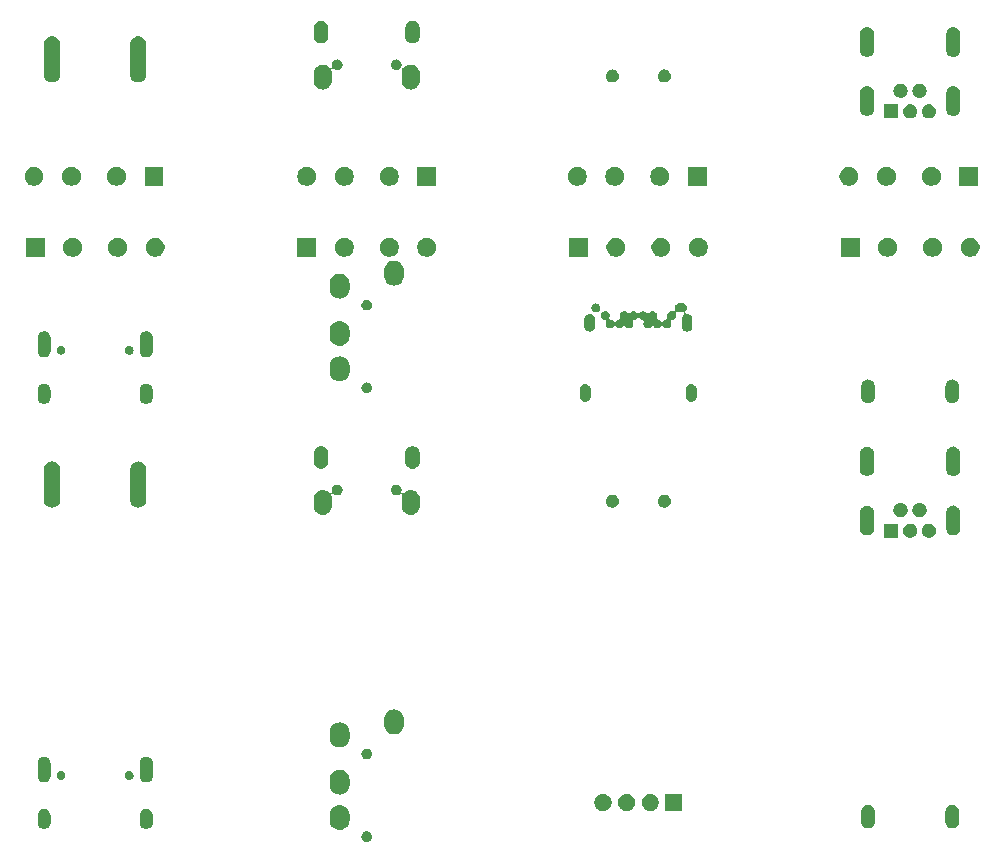
<source format=gbr>
G04 #@! TF.GenerationSoftware,KiCad,Pcbnew,(5.1.5)-3*
G04 #@! TF.CreationDate,2020-04-27T00:01:42+07:00*
G04 #@! TF.ProjectId,adapter,61646170-7465-4722-9e6b-696361645f70,rev?*
G04 #@! TF.SameCoordinates,Original*
G04 #@! TF.FileFunction,Soldermask,Bot*
G04 #@! TF.FilePolarity,Negative*
%FSLAX46Y46*%
G04 Gerber Fmt 4.6, Leading zero omitted, Abs format (unit mm)*
G04 Created by KiCad (PCBNEW (5.1.5)-3) date 2020-04-27 00:01:42*
%MOMM*%
%LPD*%
G04 APERTURE LIST*
%ADD10C,0.100000*%
G04 APERTURE END LIST*
D10*
G36*
X48131552Y-83966331D02*
G01*
X48213627Y-84000328D01*
X48213629Y-84000329D01*
X48250813Y-84025175D01*
X48287495Y-84049685D01*
X48350315Y-84112505D01*
X48399672Y-84186373D01*
X48433669Y-84268448D01*
X48451000Y-84355579D01*
X48451000Y-84444421D01*
X48433669Y-84531552D01*
X48399672Y-84613627D01*
X48399671Y-84613629D01*
X48350314Y-84687496D01*
X48287496Y-84750314D01*
X48213629Y-84799671D01*
X48213628Y-84799672D01*
X48213627Y-84799672D01*
X48131552Y-84833669D01*
X48044421Y-84851000D01*
X47955579Y-84851000D01*
X47868448Y-84833669D01*
X47786373Y-84799672D01*
X47786372Y-84799672D01*
X47786371Y-84799671D01*
X47712504Y-84750314D01*
X47649686Y-84687496D01*
X47600329Y-84613629D01*
X47600328Y-84613627D01*
X47566331Y-84531552D01*
X47549000Y-84444421D01*
X47549000Y-84355579D01*
X47566331Y-84268448D01*
X47600328Y-84186373D01*
X47649685Y-84112505D01*
X47712505Y-84049685D01*
X47749187Y-84025175D01*
X47786371Y-84000329D01*
X47786373Y-84000328D01*
X47868448Y-83966331D01*
X47955579Y-83949000D01*
X48044421Y-83949000D01*
X48131552Y-83966331D01*
G37*
G36*
X45866823Y-81761313D02*
G01*
X46027242Y-81809976D01*
X46131563Y-81865737D01*
X46175078Y-81888996D01*
X46304659Y-81995341D01*
X46411004Y-82124922D01*
X46411005Y-82124924D01*
X46490024Y-82272758D01*
X46538687Y-82433178D01*
X46551000Y-82558197D01*
X46551000Y-83041804D01*
X46538687Y-83166823D01*
X46517121Y-83237915D01*
X46495857Y-83308015D01*
X46490024Y-83327242D01*
X46444783Y-83411882D01*
X46411004Y-83475078D01*
X46304659Y-83604659D01*
X46175077Y-83711005D01*
X46027241Y-83790024D01*
X45866822Y-83838687D01*
X45700000Y-83855117D01*
X45533177Y-83838687D01*
X45372758Y-83790024D01*
X45224924Y-83711005D01*
X45224922Y-83711004D01*
X45095341Y-83604659D01*
X44988995Y-83475077D01*
X44909976Y-83327241D01*
X44861313Y-83166822D01*
X44849000Y-83041803D01*
X44849000Y-82558196D01*
X44861313Y-82433177D01*
X44909976Y-82272758D01*
X44988995Y-82124924D01*
X44988996Y-82124922D01*
X45095342Y-81995341D01*
X45224923Y-81888996D01*
X45268438Y-81865737D01*
X45372759Y-81809976D01*
X45533178Y-81761313D01*
X45700000Y-81744883D01*
X45866823Y-81761313D01*
G37*
G36*
X20788014Y-82056973D02*
G01*
X20891878Y-82088479D01*
X20935907Y-82112013D01*
X20987599Y-82139643D01*
X20987601Y-82139644D01*
X20987600Y-82139644D01*
X21071501Y-82208499D01*
X21140356Y-82292400D01*
X21191521Y-82388121D01*
X21223027Y-82491985D01*
X21231000Y-82572933D01*
X21231000Y-83227067D01*
X21223027Y-83308015D01*
X21191521Y-83411879D01*
X21191519Y-83411882D01*
X21140357Y-83507600D01*
X21071501Y-83591501D01*
X20987600Y-83660357D01*
X20919055Y-83696995D01*
X20891879Y-83711521D01*
X20788015Y-83743027D01*
X20680000Y-83753666D01*
X20571986Y-83743027D01*
X20468122Y-83711521D01*
X20440946Y-83696995D01*
X20372401Y-83660357D01*
X20288500Y-83591501D01*
X20219645Y-83507601D01*
X20168480Y-83411879D01*
X20148645Y-83346491D01*
X20136973Y-83308015D01*
X20129000Y-83227067D01*
X20129000Y-82572934D01*
X20136973Y-82491986D01*
X20168479Y-82388122D01*
X20219644Y-82292400D01*
X20288499Y-82208499D01*
X20372400Y-82139644D01*
X20372399Y-82139644D01*
X20372401Y-82139643D01*
X20424093Y-82112013D01*
X20468121Y-82088479D01*
X20571985Y-82056973D01*
X20680000Y-82046334D01*
X20788014Y-82056973D01*
G37*
G36*
X29428014Y-82056973D02*
G01*
X29531878Y-82088479D01*
X29575907Y-82112013D01*
X29627599Y-82139643D01*
X29627601Y-82139644D01*
X29627600Y-82139644D01*
X29711501Y-82208499D01*
X29780356Y-82292400D01*
X29831521Y-82388121D01*
X29863027Y-82491985D01*
X29871000Y-82572933D01*
X29871000Y-83227067D01*
X29863027Y-83308015D01*
X29831521Y-83411879D01*
X29831519Y-83411882D01*
X29780357Y-83507600D01*
X29711501Y-83591501D01*
X29627600Y-83660357D01*
X29559055Y-83696995D01*
X29531879Y-83711521D01*
X29428015Y-83743027D01*
X29320000Y-83753666D01*
X29211986Y-83743027D01*
X29108122Y-83711521D01*
X29080946Y-83696995D01*
X29012401Y-83660357D01*
X28928500Y-83591501D01*
X28859645Y-83507601D01*
X28808480Y-83411879D01*
X28788645Y-83346491D01*
X28776973Y-83308015D01*
X28769000Y-83227067D01*
X28769000Y-82572934D01*
X28776973Y-82491986D01*
X28808479Y-82388122D01*
X28859644Y-82292400D01*
X28928499Y-82208499D01*
X29012400Y-82139644D01*
X29012399Y-82139644D01*
X29012401Y-82139643D01*
X29064093Y-82112013D01*
X29108121Y-82088479D01*
X29211985Y-82056973D01*
X29320000Y-82046334D01*
X29428014Y-82056973D01*
G37*
G36*
X97687915Y-81707334D02*
G01*
X97796491Y-81740271D01*
X97796494Y-81740272D01*
X97805120Y-81744883D01*
X97896556Y-81793756D01*
X97984264Y-81865736D01*
X98056244Y-81953443D01*
X98090429Y-82017399D01*
X98109728Y-82053505D01*
X98109728Y-82053506D01*
X98109729Y-82053508D01*
X98142666Y-82162084D01*
X98151000Y-82246702D01*
X98151000Y-83153298D01*
X98142666Y-83237916D01*
X98109729Y-83346491D01*
X98109728Y-83346495D01*
X98090429Y-83382601D01*
X98056244Y-83446557D01*
X97984264Y-83534264D01*
X97896557Y-83606244D01*
X97832601Y-83640429D01*
X97796495Y-83659728D01*
X97796492Y-83659729D01*
X97687916Y-83692666D01*
X97575000Y-83703787D01*
X97462085Y-83692666D01*
X97353509Y-83659729D01*
X97353506Y-83659728D01*
X97317400Y-83640429D01*
X97253444Y-83606244D01*
X97165737Y-83534264D01*
X97093757Y-83446557D01*
X97059572Y-83382601D01*
X97040273Y-83346495D01*
X97040272Y-83346491D01*
X97007335Y-83237916D01*
X96999000Y-83153298D01*
X96999000Y-82246703D01*
X97007334Y-82162085D01*
X97040271Y-82053509D01*
X97040272Y-82053506D01*
X97071362Y-81995341D01*
X97093756Y-81953444D01*
X97165736Y-81865736D01*
X97253443Y-81793756D01*
X97344879Y-81744883D01*
X97353505Y-81740272D01*
X97353508Y-81740271D01*
X97462084Y-81707334D01*
X97575000Y-81696213D01*
X97687915Y-81707334D01*
G37*
G36*
X90537916Y-81707334D02*
G01*
X90646492Y-81740271D01*
X90646495Y-81740272D01*
X90655121Y-81744883D01*
X90746557Y-81793756D01*
X90834264Y-81865736D01*
X90906244Y-81953443D01*
X90940429Y-82017399D01*
X90959728Y-82053505D01*
X90959728Y-82053506D01*
X90959729Y-82053508D01*
X90992666Y-82162084D01*
X91001000Y-82246702D01*
X91001000Y-83153298D01*
X90992666Y-83237916D01*
X90959729Y-83346491D01*
X90959728Y-83346495D01*
X90940429Y-83382601D01*
X90906244Y-83446557D01*
X90834264Y-83534264D01*
X90746556Y-83606244D01*
X90682600Y-83640429D01*
X90646494Y-83659728D01*
X90646491Y-83659729D01*
X90537915Y-83692666D01*
X90425000Y-83703787D01*
X90312084Y-83692666D01*
X90203508Y-83659729D01*
X90203505Y-83659728D01*
X90167399Y-83640429D01*
X90103443Y-83606244D01*
X90015736Y-83534264D01*
X89943756Y-83446556D01*
X89890273Y-83346495D01*
X89890272Y-83346494D01*
X89884432Y-83327242D01*
X89857334Y-83237915D01*
X89849000Y-83153297D01*
X89849000Y-82246702D01*
X89857335Y-82162084D01*
X89890272Y-82053508D01*
X89890273Y-82053506D01*
X89890273Y-82053505D01*
X89909572Y-82017399D01*
X89943757Y-81953443D01*
X90015737Y-81865736D01*
X90103444Y-81793756D01*
X90194880Y-81744883D01*
X90203506Y-81740272D01*
X90203509Y-81740271D01*
X90312085Y-81707334D01*
X90425000Y-81696213D01*
X90537916Y-81707334D01*
G37*
G36*
X70211766Y-80801899D02*
G01*
X70340245Y-80855117D01*
X70343890Y-80856627D01*
X70462798Y-80936079D01*
X70563921Y-81037202D01*
X70563922Y-81037204D01*
X70643374Y-81156112D01*
X70698101Y-81288234D01*
X70726000Y-81428494D01*
X70726000Y-81571506D01*
X70698101Y-81711766D01*
X70643374Y-81843888D01*
X70643373Y-81843890D01*
X70563921Y-81962798D01*
X70462798Y-82063921D01*
X70343890Y-82143373D01*
X70343889Y-82143374D01*
X70343888Y-82143374D01*
X70211766Y-82198101D01*
X70071506Y-82226000D01*
X69928494Y-82226000D01*
X69788234Y-82198101D01*
X69656112Y-82143374D01*
X69656111Y-82143374D01*
X69656110Y-82143373D01*
X69537202Y-82063921D01*
X69436079Y-81962798D01*
X69356627Y-81843890D01*
X69356626Y-81843888D01*
X69301899Y-81711766D01*
X69274000Y-81571506D01*
X69274000Y-81428494D01*
X69301899Y-81288234D01*
X69356626Y-81156112D01*
X69436078Y-81037204D01*
X69436079Y-81037202D01*
X69537202Y-80936079D01*
X69656110Y-80856627D01*
X69659755Y-80855117D01*
X69788234Y-80801899D01*
X69928494Y-80774000D01*
X70071506Y-80774000D01*
X70211766Y-80801899D01*
G37*
G36*
X72211766Y-80801899D02*
G01*
X72340245Y-80855117D01*
X72343890Y-80856627D01*
X72462798Y-80936079D01*
X72563921Y-81037202D01*
X72563922Y-81037204D01*
X72643374Y-81156112D01*
X72698101Y-81288234D01*
X72726000Y-81428494D01*
X72726000Y-81571506D01*
X72698101Y-81711766D01*
X72643374Y-81843888D01*
X72643373Y-81843890D01*
X72563921Y-81962798D01*
X72462798Y-82063921D01*
X72343890Y-82143373D01*
X72343889Y-82143374D01*
X72343888Y-82143374D01*
X72211766Y-82198101D01*
X72071506Y-82226000D01*
X71928494Y-82226000D01*
X71788234Y-82198101D01*
X71656112Y-82143374D01*
X71656111Y-82143374D01*
X71656110Y-82143373D01*
X71537202Y-82063921D01*
X71436079Y-81962798D01*
X71356627Y-81843890D01*
X71356626Y-81843888D01*
X71301899Y-81711766D01*
X71274000Y-81571506D01*
X71274000Y-81428494D01*
X71301899Y-81288234D01*
X71356626Y-81156112D01*
X71436078Y-81037204D01*
X71436079Y-81037202D01*
X71537202Y-80936079D01*
X71656110Y-80856627D01*
X71659755Y-80855117D01*
X71788234Y-80801899D01*
X71928494Y-80774000D01*
X72071506Y-80774000D01*
X72211766Y-80801899D01*
G37*
G36*
X74726000Y-82226000D02*
G01*
X73274000Y-82226000D01*
X73274000Y-80774000D01*
X74726000Y-80774000D01*
X74726000Y-82226000D01*
G37*
G36*
X68211766Y-80801899D02*
G01*
X68340245Y-80855117D01*
X68343890Y-80856627D01*
X68462798Y-80936079D01*
X68563921Y-81037202D01*
X68563922Y-81037204D01*
X68643374Y-81156112D01*
X68698101Y-81288234D01*
X68726000Y-81428494D01*
X68726000Y-81571506D01*
X68698101Y-81711766D01*
X68643374Y-81843888D01*
X68643373Y-81843890D01*
X68563921Y-81962798D01*
X68462798Y-82063921D01*
X68343890Y-82143373D01*
X68343889Y-82143374D01*
X68343888Y-82143374D01*
X68211766Y-82198101D01*
X68071506Y-82226000D01*
X67928494Y-82226000D01*
X67788234Y-82198101D01*
X67656112Y-82143374D01*
X67656111Y-82143374D01*
X67656110Y-82143373D01*
X67537202Y-82063921D01*
X67436079Y-81962798D01*
X67356627Y-81843890D01*
X67356626Y-81843888D01*
X67301899Y-81711766D01*
X67274000Y-81571506D01*
X67274000Y-81428494D01*
X67301899Y-81288234D01*
X67356626Y-81156112D01*
X67436078Y-81037204D01*
X67436079Y-81037202D01*
X67537202Y-80936079D01*
X67656110Y-80856627D01*
X67659755Y-80855117D01*
X67788234Y-80801899D01*
X67928494Y-80774000D01*
X68071506Y-80774000D01*
X68211766Y-80801899D01*
G37*
G36*
X45866823Y-78761313D02*
G01*
X46027242Y-78809976D01*
X46117930Y-78858450D01*
X46175078Y-78888996D01*
X46304659Y-78995341D01*
X46411004Y-79124922D01*
X46411005Y-79124924D01*
X46490024Y-79272758D01*
X46538687Y-79433178D01*
X46551000Y-79558197D01*
X46551000Y-80041804D01*
X46538687Y-80166823D01*
X46490024Y-80327242D01*
X46419114Y-80459906D01*
X46411004Y-80475078D01*
X46304659Y-80604659D01*
X46175077Y-80711005D01*
X46027241Y-80790024D01*
X45866822Y-80838687D01*
X45700000Y-80855117D01*
X45533177Y-80838687D01*
X45372758Y-80790024D01*
X45224924Y-80711005D01*
X45224922Y-80711004D01*
X45095341Y-80604659D01*
X44988995Y-80475077D01*
X44909976Y-80327241D01*
X44861313Y-80166822D01*
X44849000Y-80041803D01*
X44849000Y-79558196D01*
X44861313Y-79433177D01*
X44909976Y-79272758D01*
X44988995Y-79124924D01*
X44988996Y-79124922D01*
X45095342Y-78995341D01*
X45224923Y-78888996D01*
X45282071Y-78858450D01*
X45372759Y-78809976D01*
X45533178Y-78761313D01*
X45700000Y-78744883D01*
X45866823Y-78761313D01*
G37*
G36*
X29428014Y-77626973D02*
G01*
X29531878Y-77658479D01*
X29575907Y-77682013D01*
X29627599Y-77709643D01*
X29627601Y-77709644D01*
X29627600Y-77709644D01*
X29711501Y-77778499D01*
X29780356Y-77862400D01*
X29831521Y-77958121D01*
X29863027Y-78061985D01*
X29871000Y-78142933D01*
X29871000Y-79297067D01*
X29863027Y-79378015D01*
X29831521Y-79481879D01*
X29831519Y-79481882D01*
X29780357Y-79577600D01*
X29711501Y-79661501D01*
X29627600Y-79730357D01*
X29559055Y-79766995D01*
X29531879Y-79781521D01*
X29428015Y-79813027D01*
X29320000Y-79823666D01*
X29211986Y-79813027D01*
X29108122Y-79781521D01*
X29080946Y-79766995D01*
X29012401Y-79730357D01*
X28928500Y-79661501D01*
X28859644Y-79577600D01*
X28808482Y-79481882D01*
X28808480Y-79481879D01*
X28776974Y-79378015D01*
X28769001Y-79297067D01*
X28769000Y-78142934D01*
X28776973Y-78061986D01*
X28808479Y-77958122D01*
X28859644Y-77862400D01*
X28928499Y-77778499D01*
X29012400Y-77709644D01*
X29012399Y-77709644D01*
X29012401Y-77709643D01*
X29064093Y-77682013D01*
X29108121Y-77658479D01*
X29211985Y-77626973D01*
X29320000Y-77616334D01*
X29428014Y-77626973D01*
G37*
G36*
X20788014Y-77626973D02*
G01*
X20891878Y-77658479D01*
X20935907Y-77682013D01*
X20987599Y-77709643D01*
X20987601Y-77709644D01*
X20987600Y-77709644D01*
X21071501Y-77778499D01*
X21140356Y-77862400D01*
X21191521Y-77958121D01*
X21223027Y-78061985D01*
X21231000Y-78142933D01*
X21231000Y-79297067D01*
X21223027Y-79378015D01*
X21191521Y-79481879D01*
X21191519Y-79481882D01*
X21140357Y-79577600D01*
X21071501Y-79661501D01*
X20987600Y-79730357D01*
X20919055Y-79766995D01*
X20891879Y-79781521D01*
X20788015Y-79813027D01*
X20680000Y-79823666D01*
X20571986Y-79813027D01*
X20468122Y-79781521D01*
X20440946Y-79766995D01*
X20372401Y-79730357D01*
X20288500Y-79661501D01*
X20219644Y-79577600D01*
X20168482Y-79481882D01*
X20168480Y-79481879D01*
X20136974Y-79378015D01*
X20129001Y-79297067D01*
X20129000Y-78142934D01*
X20136973Y-78061986D01*
X20168479Y-77958122D01*
X20219644Y-77862400D01*
X20288499Y-77778499D01*
X20372400Y-77709644D01*
X20372399Y-77709644D01*
X20372401Y-77709643D01*
X20424093Y-77682013D01*
X20468121Y-77658479D01*
X20571985Y-77626973D01*
X20680000Y-77616334D01*
X20788014Y-77626973D01*
G37*
G36*
X27999672Y-78858449D02*
G01*
X27999674Y-78858450D01*
X27999675Y-78858450D01*
X28068103Y-78886793D01*
X28129686Y-78927942D01*
X28182058Y-78980314D01*
X28223207Y-79041897D01*
X28251550Y-79110325D01*
X28251551Y-79110328D01*
X28266000Y-79182966D01*
X28266000Y-79257034D01*
X28258037Y-79297067D01*
X28251550Y-79329675D01*
X28223207Y-79398103D01*
X28182058Y-79459686D01*
X28129686Y-79512058D01*
X28068103Y-79553207D01*
X27999675Y-79581550D01*
X27999674Y-79581550D01*
X27999672Y-79581551D01*
X27927034Y-79596000D01*
X27852966Y-79596000D01*
X27780328Y-79581551D01*
X27780326Y-79581550D01*
X27780325Y-79581550D01*
X27711897Y-79553207D01*
X27650314Y-79512058D01*
X27597942Y-79459686D01*
X27556793Y-79398103D01*
X27528450Y-79329675D01*
X27521964Y-79297067D01*
X27514000Y-79257034D01*
X27514000Y-79182966D01*
X27528449Y-79110328D01*
X27528450Y-79110325D01*
X27556793Y-79041897D01*
X27597942Y-78980314D01*
X27650314Y-78927942D01*
X27711897Y-78886793D01*
X27780325Y-78858450D01*
X27780326Y-78858450D01*
X27780328Y-78858449D01*
X27852966Y-78844000D01*
X27927034Y-78844000D01*
X27999672Y-78858449D01*
G37*
G36*
X22219672Y-78858449D02*
G01*
X22219674Y-78858450D01*
X22219675Y-78858450D01*
X22288103Y-78886793D01*
X22349686Y-78927942D01*
X22402058Y-78980314D01*
X22443207Y-79041897D01*
X22471550Y-79110325D01*
X22471551Y-79110328D01*
X22486000Y-79182966D01*
X22486000Y-79257034D01*
X22478037Y-79297067D01*
X22471550Y-79329675D01*
X22443207Y-79398103D01*
X22402058Y-79459686D01*
X22349686Y-79512058D01*
X22288103Y-79553207D01*
X22219675Y-79581550D01*
X22219674Y-79581550D01*
X22219672Y-79581551D01*
X22147034Y-79596000D01*
X22072966Y-79596000D01*
X22000328Y-79581551D01*
X22000326Y-79581550D01*
X22000325Y-79581550D01*
X21931897Y-79553207D01*
X21870314Y-79512058D01*
X21817942Y-79459686D01*
X21776793Y-79398103D01*
X21748450Y-79329675D01*
X21741964Y-79297067D01*
X21734000Y-79257034D01*
X21734000Y-79182966D01*
X21748449Y-79110328D01*
X21748450Y-79110325D01*
X21776793Y-79041897D01*
X21817942Y-78980314D01*
X21870314Y-78927942D01*
X21931897Y-78886793D01*
X22000325Y-78858450D01*
X22000326Y-78858450D01*
X22000328Y-78858449D01*
X22072966Y-78844000D01*
X22147034Y-78844000D01*
X22219672Y-78858449D01*
G37*
G36*
X48131552Y-76966331D02*
G01*
X48213627Y-77000328D01*
X48213629Y-77000329D01*
X48250813Y-77025175D01*
X48287495Y-77049685D01*
X48350315Y-77112505D01*
X48399672Y-77186373D01*
X48433669Y-77268448D01*
X48451000Y-77355579D01*
X48451000Y-77444421D01*
X48433669Y-77531552D01*
X48399672Y-77613627D01*
X48399671Y-77613629D01*
X48374825Y-77650813D01*
X48369702Y-77658481D01*
X48350314Y-77687496D01*
X48287496Y-77750314D01*
X48213629Y-77799671D01*
X48213628Y-77799672D01*
X48213627Y-77799672D01*
X48131552Y-77833669D01*
X48044421Y-77851000D01*
X47955579Y-77851000D01*
X47868448Y-77833669D01*
X47786373Y-77799672D01*
X47786372Y-77799672D01*
X47786371Y-77799671D01*
X47712504Y-77750314D01*
X47649686Y-77687496D01*
X47630299Y-77658481D01*
X47625175Y-77650813D01*
X47600329Y-77613629D01*
X47600328Y-77613627D01*
X47566331Y-77531552D01*
X47549000Y-77444421D01*
X47549000Y-77355579D01*
X47566331Y-77268448D01*
X47600328Y-77186373D01*
X47649685Y-77112505D01*
X47712505Y-77049685D01*
X47749187Y-77025175D01*
X47786371Y-77000329D01*
X47786373Y-77000328D01*
X47868448Y-76966331D01*
X47955579Y-76949000D01*
X48044421Y-76949000D01*
X48131552Y-76966331D01*
G37*
G36*
X45866823Y-74761313D02*
G01*
X46027242Y-74809976D01*
X46159906Y-74880886D01*
X46175078Y-74888996D01*
X46304659Y-74995341D01*
X46411004Y-75124922D01*
X46411005Y-75124924D01*
X46490024Y-75272758D01*
X46538687Y-75433178D01*
X46551000Y-75558197D01*
X46551000Y-76041804D01*
X46538687Y-76166823D01*
X46490024Y-76327242D01*
X46419114Y-76459906D01*
X46411004Y-76475078D01*
X46304659Y-76604659D01*
X46175077Y-76711005D01*
X46027241Y-76790024D01*
X45866822Y-76838687D01*
X45700000Y-76855117D01*
X45533177Y-76838687D01*
X45372758Y-76790024D01*
X45224924Y-76711005D01*
X45224922Y-76711004D01*
X45095341Y-76604659D01*
X44988995Y-76475077D01*
X44909976Y-76327241D01*
X44861313Y-76166822D01*
X44849000Y-76041803D01*
X44849000Y-75558196D01*
X44861313Y-75433177D01*
X44909976Y-75272758D01*
X44988995Y-75124924D01*
X44988996Y-75124922D01*
X45095342Y-74995341D01*
X45224923Y-74888996D01*
X45240095Y-74880886D01*
X45372759Y-74809976D01*
X45533178Y-74761313D01*
X45700000Y-74744883D01*
X45866823Y-74761313D01*
G37*
G36*
X50466823Y-73661313D02*
G01*
X50627242Y-73709976D01*
X50759906Y-73780886D01*
X50775078Y-73788996D01*
X50904659Y-73895341D01*
X51011004Y-74024922D01*
X51011005Y-74024924D01*
X51090024Y-74172758D01*
X51138687Y-74333178D01*
X51151000Y-74458197D01*
X51151000Y-74941804D01*
X51138687Y-75066823D01*
X51090024Y-75227242D01*
X51019114Y-75359906D01*
X51011004Y-75375078D01*
X50963323Y-75433177D01*
X50904659Y-75504659D01*
X50775077Y-75611005D01*
X50627241Y-75690024D01*
X50466822Y-75738687D01*
X50300000Y-75755117D01*
X50133177Y-75738687D01*
X49972758Y-75690024D01*
X49824924Y-75611005D01*
X49824922Y-75611004D01*
X49695341Y-75504659D01*
X49636677Y-75433177D01*
X49588995Y-75375077D01*
X49509976Y-75227241D01*
X49461313Y-75066822D01*
X49449000Y-74941803D01*
X49449000Y-74458196D01*
X49461313Y-74333177D01*
X49509976Y-74172758D01*
X49588995Y-74024924D01*
X49588996Y-74024922D01*
X49695342Y-73895341D01*
X49824923Y-73788996D01*
X49840095Y-73780886D01*
X49972759Y-73709976D01*
X50133178Y-73661313D01*
X50300000Y-73644883D01*
X50466823Y-73661313D01*
G37*
G36*
X95736601Y-57914397D02*
G01*
X95775305Y-57922096D01*
X95807340Y-57935365D01*
X95884680Y-57967400D01*
X95983115Y-58033173D01*
X96066827Y-58116885D01*
X96132600Y-58215320D01*
X96177904Y-58324696D01*
X96201000Y-58440805D01*
X96201000Y-58559195D01*
X96177904Y-58675304D01*
X96132600Y-58784680D01*
X96066827Y-58883115D01*
X95983115Y-58966827D01*
X95884680Y-59032600D01*
X95807340Y-59064635D01*
X95775305Y-59077904D01*
X95736601Y-59085603D01*
X95659195Y-59101000D01*
X95540805Y-59101000D01*
X95463399Y-59085603D01*
X95424695Y-59077904D01*
X95392660Y-59064635D01*
X95315320Y-59032600D01*
X95216885Y-58966827D01*
X95133173Y-58883115D01*
X95067400Y-58784680D01*
X95022096Y-58675304D01*
X94999000Y-58559195D01*
X94999000Y-58440805D01*
X95022096Y-58324696D01*
X95067400Y-58215320D01*
X95133173Y-58116885D01*
X95216885Y-58033173D01*
X95315320Y-57967400D01*
X95392660Y-57935365D01*
X95424695Y-57922096D01*
X95463399Y-57914397D01*
X95540805Y-57899000D01*
X95659195Y-57899000D01*
X95736601Y-57914397D01*
G37*
G36*
X94136601Y-57914397D02*
G01*
X94175305Y-57922096D01*
X94207340Y-57935365D01*
X94284680Y-57967400D01*
X94383115Y-58033173D01*
X94466827Y-58116885D01*
X94532600Y-58215320D01*
X94577904Y-58324696D01*
X94601000Y-58440805D01*
X94601000Y-58559195D01*
X94577904Y-58675304D01*
X94532600Y-58784680D01*
X94466827Y-58883115D01*
X94383115Y-58966827D01*
X94284680Y-59032600D01*
X94207340Y-59064635D01*
X94175305Y-59077904D01*
X94136601Y-59085603D01*
X94059195Y-59101000D01*
X93940805Y-59101000D01*
X93863399Y-59085603D01*
X93824695Y-59077904D01*
X93792660Y-59064635D01*
X93715320Y-59032600D01*
X93616885Y-58966827D01*
X93533173Y-58883115D01*
X93467400Y-58784680D01*
X93422096Y-58675304D01*
X93399000Y-58559195D01*
X93399000Y-58440805D01*
X93422096Y-58324696D01*
X93467400Y-58215320D01*
X93533173Y-58116885D01*
X93616885Y-58033173D01*
X93715320Y-57967400D01*
X93792660Y-57935365D01*
X93824695Y-57922096D01*
X93863399Y-57914397D01*
X93940805Y-57899000D01*
X94059195Y-57899000D01*
X94136601Y-57914397D01*
G37*
G36*
X93001000Y-59101000D02*
G01*
X91799000Y-59101000D01*
X91799000Y-57899000D01*
X93001000Y-57899000D01*
X93001000Y-59101000D01*
G37*
G36*
X97767817Y-56382696D02*
G01*
X97881104Y-56417062D01*
X97985511Y-56472869D01*
X97985513Y-56472870D01*
X97985512Y-56472870D01*
X98077027Y-56547973D01*
X98140711Y-56625572D01*
X98152131Y-56639488D01*
X98207938Y-56743895D01*
X98242304Y-56857182D01*
X98251000Y-56945481D01*
X98251000Y-58304519D01*
X98242304Y-58392818D01*
X98207938Y-58506105D01*
X98152131Y-58610512D01*
X98077027Y-58702027D01*
X97985512Y-58777131D01*
X97881105Y-58832938D01*
X97767818Y-58867304D01*
X97650000Y-58878907D01*
X97532183Y-58867304D01*
X97418896Y-58832938D01*
X97314489Y-58777131D01*
X97222974Y-58702027D01*
X97147870Y-58610512D01*
X97092063Y-58506105D01*
X97057697Y-58392818D01*
X97049001Y-58304519D01*
X97049000Y-56945482D01*
X97057696Y-56857183D01*
X97092062Y-56743896D01*
X97147869Y-56639489D01*
X97161338Y-56623077D01*
X97222973Y-56547973D01*
X97314487Y-56472870D01*
X97314486Y-56472870D01*
X97314488Y-56472869D01*
X97418895Y-56417062D01*
X97532182Y-56382696D01*
X97650000Y-56371093D01*
X97767817Y-56382696D01*
G37*
G36*
X90467817Y-56382696D02*
G01*
X90581104Y-56417062D01*
X90685511Y-56472869D01*
X90685513Y-56472870D01*
X90685512Y-56472870D01*
X90777027Y-56547973D01*
X90840711Y-56625572D01*
X90852131Y-56639488D01*
X90907938Y-56743895D01*
X90942304Y-56857182D01*
X90951000Y-56945481D01*
X90951000Y-58304519D01*
X90942304Y-58392818D01*
X90907938Y-58506105D01*
X90852131Y-58610512D01*
X90777027Y-58702027D01*
X90685512Y-58777131D01*
X90581105Y-58832938D01*
X90467818Y-58867304D01*
X90350000Y-58878907D01*
X90232183Y-58867304D01*
X90118896Y-58832938D01*
X90014489Y-58777131D01*
X89922974Y-58702027D01*
X89847870Y-58610512D01*
X89792063Y-58506105D01*
X89757697Y-58392818D01*
X89749001Y-58304519D01*
X89749000Y-56945482D01*
X89757696Y-56857183D01*
X89792062Y-56743896D01*
X89847869Y-56639489D01*
X89861338Y-56623077D01*
X89922973Y-56547973D01*
X90014487Y-56472870D01*
X90014486Y-56472870D01*
X90014488Y-56472869D01*
X90118895Y-56417062D01*
X90232182Y-56382696D01*
X90350000Y-56371093D01*
X90467817Y-56382696D01*
G37*
G36*
X94918119Y-56160721D02*
G01*
X94975305Y-56172096D01*
X95007340Y-56185365D01*
X95084680Y-56217400D01*
X95183115Y-56283173D01*
X95266827Y-56366885D01*
X95332600Y-56465320D01*
X95377904Y-56574696D01*
X95401000Y-56690805D01*
X95401000Y-56809195D01*
X95377904Y-56925304D01*
X95332600Y-57034680D01*
X95266827Y-57133115D01*
X95183115Y-57216827D01*
X95084680Y-57282600D01*
X95007340Y-57314635D01*
X94975305Y-57327904D01*
X94936601Y-57335603D01*
X94859195Y-57351000D01*
X94740805Y-57351000D01*
X94663399Y-57335603D01*
X94624695Y-57327904D01*
X94592660Y-57314635D01*
X94515320Y-57282600D01*
X94416885Y-57216827D01*
X94333173Y-57133115D01*
X94267400Y-57034680D01*
X94222096Y-56925304D01*
X94199000Y-56809195D01*
X94199000Y-56690805D01*
X94222096Y-56574696D01*
X94267400Y-56465320D01*
X94333173Y-56366885D01*
X94416885Y-56283173D01*
X94515320Y-56217400D01*
X94592660Y-56185365D01*
X94624695Y-56172096D01*
X94681881Y-56160721D01*
X94740805Y-56149000D01*
X94859195Y-56149000D01*
X94918119Y-56160721D01*
G37*
G36*
X93318119Y-56160721D02*
G01*
X93375305Y-56172096D01*
X93407340Y-56185365D01*
X93484680Y-56217400D01*
X93583115Y-56283173D01*
X93666827Y-56366885D01*
X93732600Y-56465320D01*
X93777904Y-56574696D01*
X93801000Y-56690805D01*
X93801000Y-56809195D01*
X93777904Y-56925304D01*
X93732600Y-57034680D01*
X93666827Y-57133115D01*
X93583115Y-57216827D01*
X93484680Y-57282600D01*
X93407340Y-57314635D01*
X93375305Y-57327904D01*
X93336601Y-57335603D01*
X93259195Y-57351000D01*
X93140805Y-57351000D01*
X93063399Y-57335603D01*
X93024695Y-57327904D01*
X92992660Y-57314635D01*
X92915320Y-57282600D01*
X92816885Y-57216827D01*
X92733173Y-57133115D01*
X92667400Y-57034680D01*
X92622096Y-56925304D01*
X92599000Y-56809195D01*
X92599000Y-56690805D01*
X92622096Y-56574696D01*
X92667400Y-56465320D01*
X92733173Y-56366885D01*
X92816885Y-56283173D01*
X92915320Y-56217400D01*
X92992660Y-56185365D01*
X93024695Y-56172096D01*
X93081881Y-56160721D01*
X93140805Y-56149000D01*
X93259195Y-56149000D01*
X93318119Y-56160721D01*
G37*
G36*
X50631552Y-54616331D02*
G01*
X50713627Y-54650328D01*
X50713629Y-54650329D01*
X50750813Y-54675175D01*
X50787495Y-54699685D01*
X50850315Y-54762505D01*
X50899672Y-54836373D01*
X50933669Y-54918448D01*
X50951000Y-55005579D01*
X50951000Y-55094421D01*
X50933193Y-55183946D01*
X50927490Y-55202743D01*
X50925087Y-55227129D01*
X50927488Y-55251515D01*
X50934600Y-55274964D01*
X50946151Y-55296575D01*
X50961695Y-55315518D01*
X50980637Y-55331063D01*
X51002247Y-55342615D01*
X51025696Y-55349729D01*
X51050082Y-55352132D01*
X51074468Y-55349731D01*
X51097917Y-55342619D01*
X51119528Y-55331068D01*
X51138471Y-55315524D01*
X51146711Y-55306432D01*
X51173628Y-55273634D01*
X51291797Y-55176655D01*
X51426599Y-55104602D01*
X51572880Y-55060228D01*
X51725000Y-55045246D01*
X51877121Y-55060228D01*
X52023402Y-55104602D01*
X52158204Y-55176655D01*
X52158207Y-55176657D01*
X52158208Y-55176658D01*
X52276369Y-55273631D01*
X52367573Y-55384762D01*
X52373345Y-55391796D01*
X52445398Y-55526598D01*
X52489772Y-55672879D01*
X52501000Y-55786882D01*
X52501000Y-56413118D01*
X52489772Y-56527121D01*
X52445398Y-56673402D01*
X52373345Y-56808204D01*
X52373343Y-56808206D01*
X52373342Y-56808208D01*
X52372532Y-56809195D01*
X52276367Y-56926372D01*
X52158206Y-57023343D01*
X52023401Y-57095398D01*
X51877120Y-57139772D01*
X51725000Y-57154754D01*
X51572879Y-57139772D01*
X51426598Y-57095398D01*
X51291796Y-57023345D01*
X51173628Y-56926367D01*
X51076657Y-56808206D01*
X51004602Y-56673401D01*
X50960228Y-56527120D01*
X50949000Y-56413117D01*
X50949000Y-55786882D01*
X50960228Y-55672879D01*
X51006402Y-55520664D01*
X51011052Y-55509439D01*
X51015833Y-55485405D01*
X51015833Y-55460901D01*
X51011054Y-55436868D01*
X51001677Y-55414229D01*
X50988064Y-55393854D01*
X50970737Y-55376527D01*
X50950363Y-55362912D01*
X50927725Y-55353534D01*
X50903691Y-55348753D01*
X50879187Y-55348753D01*
X50855154Y-55353532D01*
X50832515Y-55362909D01*
X50812140Y-55376522D01*
X50803048Y-55384762D01*
X50787496Y-55400314D01*
X50713629Y-55449671D01*
X50713628Y-55449672D01*
X50713627Y-55449672D01*
X50631552Y-55483669D01*
X50544421Y-55501000D01*
X50455579Y-55501000D01*
X50368448Y-55483669D01*
X50286373Y-55449672D01*
X50286372Y-55449672D01*
X50286371Y-55449671D01*
X50212504Y-55400314D01*
X50149686Y-55337496D01*
X50149602Y-55337370D01*
X50100328Y-55263627D01*
X50066331Y-55181552D01*
X50049000Y-55094421D01*
X50049000Y-55005579D01*
X50066331Y-54918448D01*
X50100328Y-54836373D01*
X50149685Y-54762505D01*
X50212505Y-54699685D01*
X50249187Y-54675175D01*
X50286371Y-54650329D01*
X50286373Y-54650328D01*
X50368448Y-54616331D01*
X50455579Y-54599000D01*
X50544421Y-54599000D01*
X50631552Y-54616331D01*
G37*
G36*
X45631552Y-54616331D02*
G01*
X45713627Y-54650328D01*
X45713629Y-54650329D01*
X45750813Y-54675175D01*
X45787495Y-54699685D01*
X45850315Y-54762505D01*
X45899672Y-54836373D01*
X45933669Y-54918448D01*
X45951000Y-55005579D01*
X45951000Y-55094421D01*
X45933669Y-55181552D01*
X45899672Y-55263627D01*
X45850399Y-55337370D01*
X45850314Y-55337496D01*
X45787496Y-55400314D01*
X45713629Y-55449671D01*
X45713628Y-55449672D01*
X45713627Y-55449672D01*
X45631552Y-55483669D01*
X45544421Y-55501000D01*
X45455579Y-55501000D01*
X45368448Y-55483669D01*
X45286373Y-55449672D01*
X45286372Y-55449672D01*
X45286371Y-55449671D01*
X45212504Y-55400314D01*
X45196952Y-55384762D01*
X45178010Y-55369217D01*
X45156399Y-55357666D01*
X45132950Y-55350553D01*
X45108564Y-55348151D01*
X45084178Y-55350553D01*
X45060729Y-55357666D01*
X45039118Y-55369217D01*
X45020176Y-55384762D01*
X45004631Y-55403704D01*
X44993080Y-55425315D01*
X44985967Y-55448764D01*
X44983565Y-55473150D01*
X44985967Y-55497536D01*
X44993080Y-55520985D01*
X44994796Y-55524614D01*
X45039772Y-55672879D01*
X45051000Y-55786882D01*
X45051000Y-56413118D01*
X45039772Y-56527121D01*
X44995398Y-56673402D01*
X44923345Y-56808204D01*
X44923343Y-56808206D01*
X44923342Y-56808208D01*
X44922532Y-56809195D01*
X44826367Y-56926372D01*
X44708206Y-57023343D01*
X44573401Y-57095398D01*
X44427120Y-57139772D01*
X44275000Y-57154754D01*
X44122879Y-57139772D01*
X43976598Y-57095398D01*
X43841796Y-57023345D01*
X43723628Y-56926367D01*
X43626657Y-56808206D01*
X43554602Y-56673401D01*
X43510228Y-56527120D01*
X43499000Y-56413117D01*
X43499000Y-55786882D01*
X43510228Y-55672879D01*
X43554601Y-55526600D01*
X43626657Y-55391794D01*
X43723632Y-55273631D01*
X43765363Y-55239383D01*
X43841793Y-55176658D01*
X43841794Y-55176657D01*
X43841797Y-55176655D01*
X43976599Y-55104602D01*
X44122880Y-55060228D01*
X44275000Y-55045246D01*
X44427121Y-55060228D01*
X44573402Y-55104602D01*
X44708204Y-55176655D01*
X44826372Y-55273633D01*
X44853288Y-55306430D01*
X44870615Y-55323757D01*
X44890989Y-55337370D01*
X44913628Y-55346748D01*
X44937661Y-55351528D01*
X44962165Y-55351528D01*
X44986199Y-55346748D01*
X45008837Y-55337370D01*
X45029212Y-55323756D01*
X45046539Y-55306429D01*
X45060152Y-55286055D01*
X45069530Y-55263416D01*
X45074310Y-55239383D01*
X45074310Y-55214879D01*
X45069530Y-55190845D01*
X45066490Y-55182351D01*
X45049000Y-55094421D01*
X45049000Y-55005579D01*
X45066331Y-54918448D01*
X45100328Y-54836373D01*
X45149685Y-54762505D01*
X45212505Y-54699685D01*
X45249187Y-54675175D01*
X45286371Y-54650329D01*
X45286373Y-54650328D01*
X45368448Y-54616331D01*
X45455579Y-54599000D01*
X45544421Y-54599000D01*
X45631552Y-54616331D01*
G37*
G36*
X21487421Y-52659143D02*
G01*
X21619557Y-52699227D01*
X21619559Y-52699228D01*
X21741339Y-52764320D01*
X21741341Y-52764321D01*
X21741340Y-52764321D01*
X21848080Y-52851920D01*
X21935679Y-52958660D01*
X22000773Y-53080443D01*
X22040857Y-53212579D01*
X22051000Y-53315568D01*
X22051000Y-55884432D01*
X22040857Y-55987421D01*
X22000773Y-56119556D01*
X22000772Y-56119559D01*
X21935681Y-56241338D01*
X21935679Y-56241340D01*
X21848080Y-56348080D01*
X21768836Y-56413113D01*
X21741338Y-56435680D01*
X21619558Y-56500772D01*
X21619556Y-56500773D01*
X21487420Y-56540857D01*
X21350000Y-56554391D01*
X21212579Y-56540857D01*
X21080443Y-56500773D01*
X21080441Y-56500772D01*
X20958661Y-56435680D01*
X20931168Y-56413117D01*
X20851920Y-56348080D01*
X20764321Y-56241339D01*
X20699227Y-56119556D01*
X20659143Y-55987420D01*
X20649000Y-55884431D01*
X20649001Y-53315568D01*
X20659144Y-53212579D01*
X20699228Y-53080443D01*
X20764322Y-52958660D01*
X20851921Y-52851920D01*
X20958661Y-52764321D01*
X20958660Y-52764321D01*
X20958662Y-52764320D01*
X21080442Y-52699228D01*
X21080444Y-52699227D01*
X21212580Y-52659143D01*
X21350000Y-52645609D01*
X21487421Y-52659143D01*
G37*
G36*
X28787421Y-52659143D02*
G01*
X28919557Y-52699227D01*
X28919559Y-52699228D01*
X29041339Y-52764320D01*
X29041341Y-52764321D01*
X29041340Y-52764321D01*
X29148080Y-52851920D01*
X29235679Y-52958660D01*
X29300773Y-53080443D01*
X29340857Y-53212579D01*
X29351000Y-53315568D01*
X29351000Y-55884432D01*
X29340857Y-55987421D01*
X29300773Y-56119556D01*
X29300772Y-56119559D01*
X29235681Y-56241338D01*
X29235679Y-56241340D01*
X29148080Y-56348080D01*
X29068836Y-56413113D01*
X29041338Y-56435680D01*
X28919558Y-56500772D01*
X28919556Y-56500773D01*
X28787420Y-56540857D01*
X28650000Y-56554391D01*
X28512579Y-56540857D01*
X28380443Y-56500773D01*
X28380441Y-56500772D01*
X28258661Y-56435680D01*
X28231168Y-56413117D01*
X28151920Y-56348080D01*
X28064321Y-56241339D01*
X27999227Y-56119556D01*
X27959143Y-55987420D01*
X27949000Y-55884431D01*
X27949001Y-53315568D01*
X27959144Y-53212579D01*
X27999228Y-53080443D01*
X28064322Y-52958660D01*
X28151921Y-52851920D01*
X28258661Y-52764321D01*
X28258660Y-52764321D01*
X28258662Y-52764320D01*
X28380442Y-52699228D01*
X28380444Y-52699227D01*
X28512580Y-52659143D01*
X28650000Y-52645609D01*
X28787421Y-52659143D01*
G37*
G36*
X73360721Y-55470174D02*
G01*
X73460995Y-55511709D01*
X73483278Y-55526598D01*
X73551242Y-55572010D01*
X73627990Y-55648758D01*
X73627991Y-55648760D01*
X73688291Y-55739005D01*
X73729826Y-55839279D01*
X73751000Y-55945730D01*
X73751000Y-56054270D01*
X73729826Y-56160721D01*
X73688291Y-56260995D01*
X73688290Y-56260996D01*
X73627990Y-56351242D01*
X73551242Y-56427990D01*
X73539733Y-56435680D01*
X73460995Y-56488291D01*
X73360721Y-56529826D01*
X73254270Y-56551000D01*
X73145730Y-56551000D01*
X73039279Y-56529826D01*
X72939005Y-56488291D01*
X72860267Y-56435680D01*
X72848758Y-56427990D01*
X72772010Y-56351242D01*
X72711710Y-56260996D01*
X72711709Y-56260995D01*
X72670174Y-56160721D01*
X72649000Y-56054270D01*
X72649000Y-55945730D01*
X72670174Y-55839279D01*
X72711709Y-55739005D01*
X72772009Y-55648760D01*
X72772010Y-55648758D01*
X72848758Y-55572010D01*
X72916722Y-55526598D01*
X72939005Y-55511709D01*
X73039279Y-55470174D01*
X73145730Y-55449000D01*
X73254270Y-55449000D01*
X73360721Y-55470174D01*
G37*
G36*
X68960721Y-55470174D02*
G01*
X69060995Y-55511709D01*
X69083278Y-55526598D01*
X69151242Y-55572010D01*
X69227990Y-55648758D01*
X69227991Y-55648760D01*
X69288291Y-55739005D01*
X69329826Y-55839279D01*
X69351000Y-55945730D01*
X69351000Y-56054270D01*
X69329826Y-56160721D01*
X69288291Y-56260995D01*
X69288290Y-56260996D01*
X69227990Y-56351242D01*
X69151242Y-56427990D01*
X69139733Y-56435680D01*
X69060995Y-56488291D01*
X68960721Y-56529826D01*
X68854270Y-56551000D01*
X68745730Y-56551000D01*
X68639279Y-56529826D01*
X68539005Y-56488291D01*
X68460267Y-56435680D01*
X68448758Y-56427990D01*
X68372010Y-56351242D01*
X68311710Y-56260996D01*
X68311709Y-56260995D01*
X68270174Y-56160721D01*
X68249000Y-56054270D01*
X68249000Y-55945730D01*
X68270174Y-55839279D01*
X68311709Y-55739005D01*
X68372009Y-55648760D01*
X68372010Y-55648758D01*
X68448758Y-55572010D01*
X68516722Y-55526598D01*
X68539005Y-55511709D01*
X68639279Y-55470174D01*
X68745730Y-55449000D01*
X68854270Y-55449000D01*
X68960721Y-55470174D01*
G37*
G36*
X90467817Y-51382696D02*
G01*
X90581104Y-51417062D01*
X90685511Y-51472869D01*
X90685513Y-51472870D01*
X90685512Y-51472870D01*
X90777027Y-51547973D01*
X90840677Y-51625531D01*
X90852131Y-51639488D01*
X90907938Y-51743895D01*
X90942304Y-51857182D01*
X90951000Y-51945481D01*
X90951000Y-53304519D01*
X90942304Y-53392818D01*
X90907938Y-53506105D01*
X90852131Y-53610512D01*
X90777027Y-53702027D01*
X90685512Y-53777131D01*
X90581105Y-53832938D01*
X90467818Y-53867304D01*
X90350000Y-53878907D01*
X90232183Y-53867304D01*
X90118896Y-53832938D01*
X90014489Y-53777131D01*
X89922974Y-53702027D01*
X89847870Y-53610512D01*
X89792063Y-53506105D01*
X89757697Y-53392818D01*
X89749001Y-53304519D01*
X89749000Y-51945482D01*
X89757696Y-51857183D01*
X89792062Y-51743896D01*
X89847869Y-51639489D01*
X89861338Y-51623077D01*
X89922973Y-51547973D01*
X90014487Y-51472870D01*
X90014486Y-51472870D01*
X90014488Y-51472869D01*
X90118895Y-51417062D01*
X90232182Y-51382696D01*
X90350000Y-51371093D01*
X90467817Y-51382696D01*
G37*
G36*
X97767817Y-51382696D02*
G01*
X97881104Y-51417062D01*
X97985511Y-51472869D01*
X97985513Y-51472870D01*
X97985512Y-51472870D01*
X98077027Y-51547973D01*
X98140677Y-51625531D01*
X98152131Y-51639488D01*
X98207938Y-51743895D01*
X98242304Y-51857182D01*
X98251000Y-51945481D01*
X98251000Y-53304519D01*
X98242304Y-53392818D01*
X98207938Y-53506105D01*
X98152131Y-53610512D01*
X98077027Y-53702027D01*
X97985512Y-53777131D01*
X97881105Y-53832938D01*
X97767818Y-53867304D01*
X97650000Y-53878907D01*
X97532183Y-53867304D01*
X97418896Y-53832938D01*
X97314489Y-53777131D01*
X97222974Y-53702027D01*
X97147870Y-53610512D01*
X97092063Y-53506105D01*
X97057697Y-53392818D01*
X97049001Y-53304519D01*
X97049000Y-51945482D01*
X97057696Y-51857183D01*
X97092062Y-51743896D01*
X97147869Y-51639489D01*
X97161338Y-51623077D01*
X97222973Y-51547973D01*
X97314487Y-51472870D01*
X97314486Y-51472870D01*
X97314488Y-51472869D01*
X97418895Y-51417062D01*
X97532182Y-51382696D01*
X97650000Y-51371093D01*
X97767817Y-51382696D01*
G37*
G36*
X44247715Y-51358058D02*
G01*
X44365722Y-51393855D01*
X44474468Y-51451981D01*
X44569790Y-51530210D01*
X44648019Y-51625532D01*
X44706145Y-51734278D01*
X44741942Y-51852285D01*
X44751000Y-51944254D01*
X44751000Y-52655746D01*
X44741942Y-52747715D01*
X44706145Y-52865722D01*
X44648019Y-52974468D01*
X44569790Y-53069790D01*
X44474468Y-53148019D01*
X44365721Y-53206145D01*
X44247714Y-53241942D01*
X44125000Y-53254028D01*
X44002285Y-53241942D01*
X43884278Y-53206145D01*
X43775532Y-53148019D01*
X43680210Y-53069790D01*
X43601981Y-52974468D01*
X43543855Y-52865721D01*
X43539669Y-52851920D01*
X43513096Y-52764321D01*
X43508058Y-52747714D01*
X43499000Y-52655745D01*
X43499000Y-51944254D01*
X43508058Y-51852285D01*
X43525956Y-51793282D01*
X43543854Y-51734281D01*
X43594522Y-51639489D01*
X43601982Y-51625532D01*
X43680211Y-51530210D01*
X43775533Y-51451981D01*
X43884279Y-51393855D01*
X44002286Y-51358058D01*
X44125000Y-51345972D01*
X44247715Y-51358058D01*
G37*
G36*
X51997715Y-51358058D02*
G01*
X52115722Y-51393855D01*
X52224468Y-51451981D01*
X52319790Y-51530210D01*
X52398019Y-51625532D01*
X52456145Y-51734278D01*
X52491942Y-51852285D01*
X52501000Y-51944254D01*
X52501000Y-52655746D01*
X52491942Y-52747715D01*
X52456145Y-52865722D01*
X52398019Y-52974468D01*
X52319790Y-53069790D01*
X52224468Y-53148019D01*
X52115721Y-53206145D01*
X51997714Y-53241942D01*
X51875000Y-53254028D01*
X51752285Y-53241942D01*
X51634278Y-53206145D01*
X51525532Y-53148019D01*
X51430210Y-53069790D01*
X51351981Y-52974468D01*
X51293855Y-52865721D01*
X51289669Y-52851920D01*
X51263096Y-52764321D01*
X51258058Y-52747714D01*
X51249000Y-52655745D01*
X51249000Y-51944254D01*
X51258058Y-51852285D01*
X51275956Y-51793282D01*
X51293854Y-51734281D01*
X51344522Y-51639489D01*
X51351982Y-51625532D01*
X51430211Y-51530210D01*
X51525533Y-51451981D01*
X51634279Y-51393855D01*
X51752286Y-51358058D01*
X51875000Y-51345972D01*
X51997715Y-51358058D01*
G37*
G36*
X20788014Y-46056973D02*
G01*
X20891878Y-46088479D01*
X20935907Y-46112013D01*
X20987599Y-46139643D01*
X20987601Y-46139644D01*
X20987600Y-46139644D01*
X21071501Y-46208499D01*
X21140356Y-46292400D01*
X21191521Y-46388121D01*
X21223027Y-46491985D01*
X21231000Y-46572933D01*
X21231000Y-47227067D01*
X21223027Y-47308015D01*
X21191521Y-47411879D01*
X21191519Y-47411882D01*
X21140357Y-47507600D01*
X21071501Y-47591501D01*
X20987600Y-47660357D01*
X20919055Y-47696995D01*
X20891879Y-47711521D01*
X20788015Y-47743027D01*
X20680000Y-47753666D01*
X20571986Y-47743027D01*
X20468122Y-47711521D01*
X20440946Y-47696995D01*
X20372401Y-47660357D01*
X20288500Y-47591501D01*
X20219645Y-47507601D01*
X20168480Y-47411879D01*
X20162382Y-47391776D01*
X20136973Y-47308015D01*
X20129000Y-47227067D01*
X20129000Y-46572934D01*
X20136973Y-46491986D01*
X20168479Y-46388122D01*
X20219644Y-46292400D01*
X20288499Y-46208499D01*
X20372400Y-46139644D01*
X20372399Y-46139644D01*
X20372401Y-46139643D01*
X20424093Y-46112013D01*
X20468121Y-46088479D01*
X20571985Y-46056973D01*
X20680000Y-46046334D01*
X20788014Y-46056973D01*
G37*
G36*
X29428014Y-46056973D02*
G01*
X29531878Y-46088479D01*
X29575907Y-46112013D01*
X29627599Y-46139643D01*
X29627601Y-46139644D01*
X29627600Y-46139644D01*
X29711501Y-46208499D01*
X29780356Y-46292400D01*
X29831521Y-46388121D01*
X29863027Y-46491985D01*
X29871000Y-46572933D01*
X29871000Y-47227067D01*
X29863027Y-47308015D01*
X29831521Y-47411879D01*
X29831519Y-47411882D01*
X29780357Y-47507600D01*
X29711501Y-47591501D01*
X29627600Y-47660357D01*
X29559055Y-47696995D01*
X29531879Y-47711521D01*
X29428015Y-47743027D01*
X29320000Y-47753666D01*
X29211986Y-47743027D01*
X29108122Y-47711521D01*
X29080946Y-47696995D01*
X29012401Y-47660357D01*
X28928500Y-47591501D01*
X28859645Y-47507601D01*
X28808480Y-47411879D01*
X28802382Y-47391776D01*
X28776973Y-47308015D01*
X28769000Y-47227067D01*
X28769000Y-46572934D01*
X28776973Y-46491986D01*
X28808479Y-46388122D01*
X28859644Y-46292400D01*
X28928499Y-46208499D01*
X29012400Y-46139644D01*
X29012399Y-46139644D01*
X29012401Y-46139643D01*
X29064093Y-46112013D01*
X29108121Y-46088479D01*
X29211985Y-46056973D01*
X29320000Y-46046334D01*
X29428014Y-46056973D01*
G37*
G36*
X97687915Y-45707334D02*
G01*
X97796491Y-45740271D01*
X97796494Y-45740272D01*
X97832600Y-45759571D01*
X97896556Y-45793756D01*
X97984264Y-45865736D01*
X98056244Y-45953443D01*
X98090429Y-46017399D01*
X98109728Y-46053505D01*
X98109728Y-46053506D01*
X98109729Y-46053508D01*
X98142666Y-46162084D01*
X98151000Y-46246702D01*
X98151000Y-47153298D01*
X98142666Y-47237916D01*
X98109729Y-47346491D01*
X98109728Y-47346495D01*
X98090429Y-47382601D01*
X98056244Y-47446557D01*
X97984264Y-47534264D01*
X97896557Y-47606244D01*
X97832601Y-47640429D01*
X97796495Y-47659728D01*
X97796492Y-47659729D01*
X97687916Y-47692666D01*
X97575000Y-47703787D01*
X97462085Y-47692666D01*
X97353509Y-47659729D01*
X97353506Y-47659728D01*
X97317400Y-47640429D01*
X97253444Y-47606244D01*
X97165737Y-47534264D01*
X97093757Y-47446557D01*
X97059572Y-47382601D01*
X97040273Y-47346495D01*
X97040272Y-47346491D01*
X97007335Y-47237916D01*
X96999000Y-47153298D01*
X96999000Y-46246703D01*
X97007334Y-46162085D01*
X97040271Y-46053509D01*
X97040272Y-46053506D01*
X97068696Y-46000329D01*
X97093756Y-45953444D01*
X97165736Y-45865736D01*
X97253443Y-45793756D01*
X97317399Y-45759571D01*
X97353505Y-45740272D01*
X97353508Y-45740271D01*
X97462084Y-45707334D01*
X97575000Y-45696213D01*
X97687915Y-45707334D01*
G37*
G36*
X90537916Y-45707334D02*
G01*
X90646492Y-45740271D01*
X90646495Y-45740272D01*
X90682601Y-45759571D01*
X90746557Y-45793756D01*
X90834264Y-45865736D01*
X90906244Y-45953443D01*
X90940429Y-46017399D01*
X90959728Y-46053505D01*
X90959728Y-46053506D01*
X90959729Y-46053508D01*
X90992666Y-46162084D01*
X91001000Y-46246702D01*
X91001000Y-47153298D01*
X90992666Y-47237916D01*
X90959729Y-47346491D01*
X90959728Y-47346495D01*
X90940429Y-47382601D01*
X90906244Y-47446557D01*
X90834264Y-47534264D01*
X90746556Y-47606244D01*
X90682600Y-47640429D01*
X90646494Y-47659728D01*
X90646491Y-47659729D01*
X90537915Y-47692666D01*
X90425000Y-47703787D01*
X90312084Y-47692666D01*
X90203508Y-47659729D01*
X90203505Y-47659728D01*
X90167399Y-47640429D01*
X90103443Y-47606244D01*
X90015736Y-47534264D01*
X89943756Y-47446556D01*
X89890273Y-47346495D01*
X89890272Y-47346494D01*
X89880241Y-47313426D01*
X89857334Y-47237915D01*
X89849000Y-47153297D01*
X89849000Y-46246702D01*
X89857335Y-46162084D01*
X89890272Y-46053508D01*
X89890273Y-46053506D01*
X89890273Y-46053505D01*
X89909572Y-46017399D01*
X89943757Y-45953443D01*
X90015737Y-45865736D01*
X90103444Y-45793756D01*
X90167400Y-45759571D01*
X90203506Y-45740272D01*
X90203509Y-45740271D01*
X90312085Y-45707334D01*
X90425000Y-45696213D01*
X90537916Y-45707334D01*
G37*
G36*
X66598409Y-46095525D02*
G01*
X66683425Y-46121314D01*
X66761774Y-46163193D01*
X66830449Y-46219552D01*
X66886807Y-46288225D01*
X66928686Y-46366574D01*
X66954475Y-46451590D01*
X66961000Y-46517842D01*
X66961000Y-47162158D01*
X66954475Y-47228410D01*
X66928686Y-47313426D01*
X66886807Y-47391775D01*
X66830449Y-47460449D01*
X66761775Y-47516807D01*
X66683426Y-47558686D01*
X66598410Y-47584475D01*
X66510000Y-47593182D01*
X66421591Y-47584475D01*
X66336575Y-47558686D01*
X66258226Y-47516807D01*
X66189552Y-47460449D01*
X66133195Y-47391776D01*
X66091313Y-47313423D01*
X66065525Y-47228410D01*
X66059000Y-47162158D01*
X66059000Y-46517843D01*
X66065525Y-46451591D01*
X66091314Y-46366575D01*
X66133193Y-46288226D01*
X66189552Y-46219551D01*
X66258225Y-46163193D01*
X66336574Y-46121314D01*
X66421590Y-46095525D01*
X66510000Y-46086818D01*
X66598409Y-46095525D01*
G37*
G36*
X75578409Y-46095525D02*
G01*
X75663425Y-46121314D01*
X75741774Y-46163193D01*
X75810449Y-46219552D01*
X75866807Y-46288225D01*
X75908686Y-46366574D01*
X75934475Y-46451590D01*
X75941000Y-46517842D01*
X75941000Y-47162158D01*
X75934475Y-47228410D01*
X75908686Y-47313426D01*
X75866807Y-47391775D01*
X75810449Y-47460449D01*
X75741775Y-47516807D01*
X75663426Y-47558686D01*
X75578410Y-47584475D01*
X75490000Y-47593182D01*
X75401591Y-47584475D01*
X75316575Y-47558686D01*
X75238226Y-47516807D01*
X75169552Y-47460449D01*
X75113195Y-47391776D01*
X75071313Y-47313423D01*
X75045525Y-47228410D01*
X75039000Y-47162158D01*
X75039000Y-46517843D01*
X75045525Y-46451591D01*
X75071314Y-46366575D01*
X75113193Y-46288226D01*
X75169552Y-46219551D01*
X75238225Y-46163193D01*
X75316574Y-46121314D01*
X75401590Y-46095525D01*
X75490000Y-46086818D01*
X75578409Y-46095525D01*
G37*
G36*
X48131552Y-45966331D02*
G01*
X48213627Y-46000328D01*
X48213629Y-46000329D01*
X48250813Y-46025175D01*
X48287495Y-46049685D01*
X48350315Y-46112505D01*
X48399672Y-46186373D01*
X48433669Y-46268448D01*
X48451000Y-46355579D01*
X48451000Y-46444421D01*
X48433669Y-46531552D01*
X48416525Y-46572940D01*
X48399671Y-46613629D01*
X48350314Y-46687496D01*
X48287496Y-46750314D01*
X48213629Y-46799671D01*
X48213628Y-46799672D01*
X48213627Y-46799672D01*
X48131552Y-46833669D01*
X48044421Y-46851000D01*
X47955579Y-46851000D01*
X47868448Y-46833669D01*
X47786373Y-46799672D01*
X47786372Y-46799672D01*
X47786371Y-46799671D01*
X47712504Y-46750314D01*
X47649686Y-46687496D01*
X47600329Y-46613629D01*
X47583475Y-46572940D01*
X47566331Y-46531552D01*
X47549000Y-46444421D01*
X47549000Y-46355579D01*
X47566331Y-46268448D01*
X47600328Y-46186373D01*
X47649685Y-46112505D01*
X47712505Y-46049685D01*
X47749187Y-46025175D01*
X47786371Y-46000329D01*
X47786373Y-46000328D01*
X47868448Y-45966331D01*
X47955579Y-45949000D01*
X48044421Y-45949000D01*
X48131552Y-45966331D01*
G37*
G36*
X45866823Y-43761313D02*
G01*
X46027242Y-43809976D01*
X46159906Y-43880886D01*
X46175078Y-43888996D01*
X46304659Y-43995341D01*
X46411004Y-44124922D01*
X46411005Y-44124924D01*
X46490024Y-44272758D01*
X46538687Y-44433178D01*
X46551000Y-44558197D01*
X46551000Y-45041804D01*
X46538687Y-45166823D01*
X46490024Y-45327242D01*
X46419114Y-45459906D01*
X46411004Y-45475078D01*
X46304659Y-45604659D01*
X46175077Y-45711005D01*
X46027241Y-45790024D01*
X46027238Y-45790025D01*
X45997379Y-45799083D01*
X45866822Y-45838687D01*
X45700000Y-45855117D01*
X45533177Y-45838687D01*
X45402620Y-45799083D01*
X45372761Y-45790025D01*
X45372758Y-45790024D01*
X45224924Y-45711005D01*
X45224922Y-45711004D01*
X45095341Y-45604659D01*
X44988995Y-45475077D01*
X44909976Y-45327241D01*
X44861313Y-45166822D01*
X44849000Y-45041803D01*
X44849000Y-44558196D01*
X44861313Y-44433177D01*
X44909976Y-44272758D01*
X44988995Y-44124924D01*
X44988996Y-44124922D01*
X45095342Y-43995341D01*
X45224923Y-43888996D01*
X45240095Y-43880886D01*
X45372759Y-43809976D01*
X45533178Y-43761313D01*
X45700000Y-43744883D01*
X45866823Y-43761313D01*
G37*
G36*
X20788014Y-41626973D02*
G01*
X20891878Y-41658479D01*
X20935907Y-41682013D01*
X20987599Y-41709643D01*
X20987601Y-41709644D01*
X20987600Y-41709644D01*
X21071501Y-41778499D01*
X21140356Y-41862400D01*
X21191521Y-41958121D01*
X21223027Y-42061985D01*
X21231000Y-42142933D01*
X21231000Y-43297067D01*
X21223027Y-43378015D01*
X21191521Y-43481879D01*
X21191519Y-43481882D01*
X21140357Y-43577600D01*
X21071501Y-43661501D01*
X20987600Y-43730357D01*
X20929685Y-43761313D01*
X20891879Y-43781521D01*
X20788015Y-43813027D01*
X20680000Y-43823666D01*
X20571986Y-43813027D01*
X20468122Y-43781521D01*
X20430316Y-43761313D01*
X20372401Y-43730357D01*
X20288500Y-43661501D01*
X20219644Y-43577600D01*
X20168482Y-43481882D01*
X20168480Y-43481879D01*
X20136974Y-43378015D01*
X20129001Y-43297067D01*
X20129000Y-42142934D01*
X20136973Y-42061986D01*
X20168479Y-41958122D01*
X20219644Y-41862400D01*
X20288499Y-41778499D01*
X20372400Y-41709644D01*
X20372399Y-41709644D01*
X20372401Y-41709643D01*
X20424093Y-41682013D01*
X20468121Y-41658479D01*
X20571985Y-41626973D01*
X20680000Y-41616334D01*
X20788014Y-41626973D01*
G37*
G36*
X29428014Y-41626973D02*
G01*
X29531878Y-41658479D01*
X29575907Y-41682013D01*
X29627599Y-41709643D01*
X29627601Y-41709644D01*
X29627600Y-41709644D01*
X29711501Y-41778499D01*
X29780356Y-41862400D01*
X29831521Y-41958121D01*
X29863027Y-42061985D01*
X29871000Y-42142933D01*
X29871000Y-43297067D01*
X29863027Y-43378015D01*
X29831521Y-43481879D01*
X29831519Y-43481882D01*
X29780357Y-43577600D01*
X29711501Y-43661501D01*
X29627600Y-43730357D01*
X29569685Y-43761313D01*
X29531879Y-43781521D01*
X29428015Y-43813027D01*
X29320000Y-43823666D01*
X29211986Y-43813027D01*
X29108122Y-43781521D01*
X29070316Y-43761313D01*
X29012401Y-43730357D01*
X28928500Y-43661501D01*
X28859644Y-43577600D01*
X28808482Y-43481882D01*
X28808480Y-43481879D01*
X28776974Y-43378015D01*
X28769001Y-43297067D01*
X28769000Y-42142934D01*
X28776973Y-42061986D01*
X28808479Y-41958122D01*
X28859644Y-41862400D01*
X28928499Y-41778499D01*
X29012400Y-41709644D01*
X29012399Y-41709644D01*
X29012401Y-41709643D01*
X29064093Y-41682013D01*
X29108121Y-41658479D01*
X29211985Y-41626973D01*
X29320000Y-41616334D01*
X29428014Y-41626973D01*
G37*
G36*
X22219672Y-42858449D02*
G01*
X22219674Y-42858450D01*
X22219675Y-42858450D01*
X22288103Y-42886793D01*
X22349686Y-42927942D01*
X22402058Y-42980314D01*
X22443207Y-43041897D01*
X22471550Y-43110325D01*
X22471551Y-43110328D01*
X22486000Y-43182966D01*
X22486000Y-43257034D01*
X22478037Y-43297067D01*
X22471550Y-43329675D01*
X22443207Y-43398103D01*
X22402058Y-43459686D01*
X22349686Y-43512058D01*
X22288103Y-43553207D01*
X22219675Y-43581550D01*
X22219674Y-43581550D01*
X22219672Y-43581551D01*
X22147034Y-43596000D01*
X22072966Y-43596000D01*
X22000328Y-43581551D01*
X22000326Y-43581550D01*
X22000325Y-43581550D01*
X21931897Y-43553207D01*
X21870314Y-43512058D01*
X21817942Y-43459686D01*
X21776793Y-43398103D01*
X21748450Y-43329675D01*
X21741964Y-43297067D01*
X21734000Y-43257034D01*
X21734000Y-43182966D01*
X21748449Y-43110328D01*
X21748450Y-43110325D01*
X21776793Y-43041897D01*
X21817942Y-42980314D01*
X21870314Y-42927942D01*
X21931897Y-42886793D01*
X22000325Y-42858450D01*
X22000326Y-42858450D01*
X22000328Y-42858449D01*
X22072966Y-42844000D01*
X22147034Y-42844000D01*
X22219672Y-42858449D01*
G37*
G36*
X27999672Y-42858449D02*
G01*
X27999674Y-42858450D01*
X27999675Y-42858450D01*
X28068103Y-42886793D01*
X28129686Y-42927942D01*
X28182058Y-42980314D01*
X28223207Y-43041897D01*
X28251550Y-43110325D01*
X28251551Y-43110328D01*
X28266000Y-43182966D01*
X28266000Y-43257034D01*
X28258037Y-43297067D01*
X28251550Y-43329675D01*
X28223207Y-43398103D01*
X28182058Y-43459686D01*
X28129686Y-43512058D01*
X28068103Y-43553207D01*
X27999675Y-43581550D01*
X27999674Y-43581550D01*
X27999672Y-43581551D01*
X27927034Y-43596000D01*
X27852966Y-43596000D01*
X27780328Y-43581551D01*
X27780326Y-43581550D01*
X27780325Y-43581550D01*
X27711897Y-43553207D01*
X27650314Y-43512058D01*
X27597942Y-43459686D01*
X27556793Y-43398103D01*
X27528450Y-43329675D01*
X27521964Y-43297067D01*
X27514000Y-43257034D01*
X27514000Y-43182966D01*
X27528449Y-43110328D01*
X27528450Y-43110325D01*
X27556793Y-43041897D01*
X27597942Y-42980314D01*
X27650314Y-42927942D01*
X27711897Y-42886793D01*
X27780325Y-42858450D01*
X27780326Y-42858450D01*
X27780328Y-42858449D01*
X27852966Y-42844000D01*
X27927034Y-42844000D01*
X27999672Y-42858449D01*
G37*
G36*
X45866823Y-40761313D02*
G01*
X46027242Y-40809976D01*
X46158856Y-40880325D01*
X46175078Y-40888996D01*
X46304659Y-40995341D01*
X46411004Y-41124922D01*
X46411005Y-41124924D01*
X46490024Y-41272758D01*
X46538687Y-41433178D01*
X46551000Y-41558197D01*
X46551000Y-42041804D01*
X46538687Y-42166823D01*
X46490024Y-42327242D01*
X46419114Y-42459906D01*
X46411004Y-42475078D01*
X46304659Y-42604659D01*
X46175077Y-42711005D01*
X46027241Y-42790024D01*
X45866822Y-42838687D01*
X45700000Y-42855117D01*
X45533177Y-42838687D01*
X45372758Y-42790024D01*
X45224924Y-42711005D01*
X45224922Y-42711004D01*
X45095341Y-42604659D01*
X44988995Y-42475077D01*
X44909976Y-42327241D01*
X44861313Y-42166822D01*
X44849000Y-42041803D01*
X44849000Y-41558196D01*
X44861313Y-41433177D01*
X44909976Y-41272758D01*
X44988995Y-41124924D01*
X44988996Y-41124922D01*
X45095342Y-40995341D01*
X45224923Y-40888996D01*
X45241145Y-40880325D01*
X45372759Y-40809976D01*
X45533178Y-40761313D01*
X45700000Y-40744883D01*
X45866823Y-40761313D01*
G37*
G36*
X66958409Y-40145525D02*
G01*
X67043425Y-40171314D01*
X67121774Y-40213193D01*
X67190449Y-40269552D01*
X67246807Y-40338225D01*
X67288686Y-40416574D01*
X67314475Y-40501590D01*
X67321000Y-40567842D01*
X67321000Y-41212158D01*
X67314475Y-41278410D01*
X67288686Y-41363426D01*
X67246807Y-41441775D01*
X67190449Y-41510449D01*
X67121775Y-41566807D01*
X67043426Y-41608686D01*
X66958410Y-41634475D01*
X66870000Y-41643182D01*
X66781591Y-41634475D01*
X66696575Y-41608686D01*
X66618226Y-41566807D01*
X66549552Y-41510449D01*
X66493195Y-41441776D01*
X66451313Y-41363423D01*
X66425525Y-41278410D01*
X66419000Y-41212158D01*
X66419000Y-40567843D01*
X66425525Y-40501591D01*
X66451314Y-40416575D01*
X66493193Y-40338226D01*
X66549552Y-40269551D01*
X66618225Y-40213193D01*
X66696574Y-40171314D01*
X66781590Y-40145525D01*
X66870000Y-40136818D01*
X66958409Y-40145525D01*
G37*
G36*
X74823710Y-39269440D02*
G01*
X74894585Y-39290940D01*
X74959904Y-39325854D01*
X75017159Y-39372841D01*
X75064146Y-39430096D01*
X75099060Y-39495415D01*
X75120560Y-39566290D01*
X75127819Y-39640000D01*
X75120560Y-39713710D01*
X75099060Y-39784585D01*
X75064146Y-39849904D01*
X75017159Y-39907158D01*
X75002297Y-39919355D01*
X74984970Y-39936682D01*
X74971356Y-39957056D01*
X74961979Y-39979695D01*
X74957198Y-40003728D01*
X74957198Y-40028232D01*
X74961978Y-40052265D01*
X74971355Y-40074904D01*
X74984969Y-40095279D01*
X75002296Y-40112606D01*
X75022670Y-40126220D01*
X75045309Y-40135597D01*
X75069342Y-40140378D01*
X75093846Y-40140378D01*
X75129999Y-40136818D01*
X75130000Y-40136818D01*
X75138707Y-40137676D01*
X75218409Y-40145525D01*
X75303425Y-40171314D01*
X75381774Y-40213193D01*
X75450449Y-40269552D01*
X75506807Y-40338225D01*
X75548686Y-40416574D01*
X75574475Y-40501590D01*
X75581000Y-40567842D01*
X75581000Y-41212158D01*
X75574475Y-41278410D01*
X75548686Y-41363426D01*
X75506807Y-41441775D01*
X75450449Y-41510449D01*
X75381775Y-41566807D01*
X75303426Y-41608686D01*
X75218410Y-41634475D01*
X75130000Y-41643182D01*
X75041591Y-41634475D01*
X74956575Y-41608686D01*
X74878226Y-41566807D01*
X74809552Y-41510449D01*
X74753195Y-41441776D01*
X74711313Y-41363423D01*
X74685525Y-41278410D01*
X74679000Y-41212158D01*
X74679000Y-40567843D01*
X74685525Y-40501591D01*
X74711314Y-40416575D01*
X74753193Y-40338226D01*
X74809552Y-40269551D01*
X74848454Y-40237625D01*
X74865781Y-40220298D01*
X74879395Y-40199923D01*
X74888772Y-40177285D01*
X74893553Y-40153251D01*
X74893553Y-40128747D01*
X74888773Y-40104714D01*
X74879395Y-40082075D01*
X74865782Y-40061701D01*
X74848455Y-40044374D01*
X74828080Y-40030760D01*
X74805442Y-40021383D01*
X74781408Y-40016602D01*
X74769156Y-40016000D01*
X74431528Y-40016000D01*
X74376290Y-40010560D01*
X74303175Y-39988380D01*
X74279142Y-39983599D01*
X74254638Y-39983599D01*
X74230604Y-39988379D01*
X74207965Y-39997756D01*
X74187591Y-40011370D01*
X74170264Y-40028697D01*
X74156650Y-40049071D01*
X74147273Y-40071710D01*
X74142492Y-40095743D01*
X74142492Y-40120247D01*
X74147272Y-40144281D01*
X74151405Y-40155831D01*
X74161551Y-40180326D01*
X74176000Y-40252966D01*
X74176000Y-40327034D01*
X74173774Y-40338227D01*
X74161550Y-40399675D01*
X74133207Y-40468103D01*
X74092058Y-40529686D01*
X74039686Y-40582058D01*
X73978103Y-40623207D01*
X73919696Y-40647399D01*
X73909673Y-40651551D01*
X73834662Y-40666472D01*
X73811214Y-40673585D01*
X73789603Y-40685136D01*
X73770661Y-40700682D01*
X73755116Y-40719624D01*
X73743565Y-40741234D01*
X73736452Y-40764683D01*
X73734050Y-40789069D01*
X73736452Y-40813456D01*
X73743565Y-40836904D01*
X73761551Y-40880326D01*
X73776000Y-40952966D01*
X73776000Y-41027033D01*
X73761550Y-41099675D01*
X73733207Y-41168103D01*
X73692058Y-41229686D01*
X73639686Y-41282058D01*
X73578103Y-41323207D01*
X73509675Y-41351550D01*
X73509674Y-41351550D01*
X73509672Y-41351551D01*
X73437034Y-41366000D01*
X73362966Y-41366000D01*
X73290328Y-41351551D01*
X73290326Y-41351550D01*
X73290325Y-41351550D01*
X73221897Y-41323207D01*
X73160314Y-41282058D01*
X73107942Y-41229686D01*
X73103928Y-41223679D01*
X73088388Y-41204744D01*
X73069447Y-41189199D01*
X73047836Y-41177647D01*
X73024387Y-41170534D01*
X73000001Y-41168132D01*
X72975615Y-41170534D01*
X72952166Y-41177647D01*
X72930555Y-41189197D01*
X72911613Y-41204743D01*
X72896072Y-41223679D01*
X72892058Y-41229686D01*
X72839686Y-41282058D01*
X72778103Y-41323207D01*
X72709675Y-41351550D01*
X72709674Y-41351550D01*
X72709672Y-41351551D01*
X72637034Y-41366000D01*
X72562966Y-41366000D01*
X72490328Y-41351551D01*
X72490326Y-41351550D01*
X72490325Y-41351550D01*
X72421897Y-41323207D01*
X72360314Y-41282058D01*
X72307942Y-41229686D01*
X72303928Y-41223679D01*
X72288388Y-41204744D01*
X72269447Y-41189199D01*
X72247836Y-41177647D01*
X72224387Y-41170534D01*
X72200001Y-41168132D01*
X72175615Y-41170534D01*
X72152166Y-41177647D01*
X72130555Y-41189197D01*
X72111613Y-41204743D01*
X72096072Y-41223679D01*
X72092058Y-41229686D01*
X72039686Y-41282058D01*
X71978103Y-41323207D01*
X71909675Y-41351550D01*
X71909674Y-41351550D01*
X71909672Y-41351551D01*
X71837034Y-41366000D01*
X71762966Y-41366000D01*
X71690328Y-41351551D01*
X71690326Y-41351550D01*
X71690325Y-41351550D01*
X71621897Y-41323207D01*
X71560314Y-41282058D01*
X71507942Y-41229686D01*
X71466793Y-41168103D01*
X71438450Y-41099675D01*
X71424000Y-41027033D01*
X71424000Y-40952966D01*
X71438449Y-40880326D01*
X71456435Y-40836904D01*
X71463548Y-40813455D01*
X71465950Y-40789069D01*
X71463548Y-40764683D01*
X71456435Y-40741234D01*
X71444884Y-40719624D01*
X71429339Y-40700682D01*
X71410397Y-40685136D01*
X71388786Y-40673585D01*
X71365338Y-40666472D01*
X71290327Y-40651551D01*
X71280304Y-40647399D01*
X71221897Y-40623207D01*
X71160314Y-40582058D01*
X71107942Y-40529686D01*
X71103928Y-40523679D01*
X71088388Y-40504744D01*
X71069447Y-40489199D01*
X71047836Y-40477647D01*
X71024387Y-40470534D01*
X71000001Y-40468132D01*
X70975615Y-40470534D01*
X70952166Y-40477647D01*
X70930555Y-40489197D01*
X70911613Y-40504743D01*
X70896072Y-40523679D01*
X70892058Y-40529686D01*
X70839686Y-40582058D01*
X70778103Y-40623207D01*
X70719696Y-40647399D01*
X70709673Y-40651551D01*
X70634662Y-40666472D01*
X70611214Y-40673585D01*
X70589603Y-40685136D01*
X70570661Y-40700682D01*
X70555116Y-40719624D01*
X70543565Y-40741234D01*
X70536452Y-40764683D01*
X70534050Y-40789069D01*
X70536452Y-40813456D01*
X70543565Y-40836904D01*
X70561551Y-40880326D01*
X70576000Y-40952966D01*
X70576000Y-41027033D01*
X70561550Y-41099675D01*
X70533207Y-41168103D01*
X70492058Y-41229686D01*
X70439686Y-41282058D01*
X70378103Y-41323207D01*
X70309675Y-41351550D01*
X70309674Y-41351550D01*
X70309672Y-41351551D01*
X70237034Y-41366000D01*
X70162966Y-41366000D01*
X70090328Y-41351551D01*
X70090326Y-41351550D01*
X70090325Y-41351550D01*
X70021897Y-41323207D01*
X69960314Y-41282058D01*
X69907942Y-41229686D01*
X69903928Y-41223679D01*
X69888388Y-41204744D01*
X69869447Y-41189199D01*
X69847836Y-41177647D01*
X69824387Y-41170534D01*
X69800001Y-41168132D01*
X69775615Y-41170534D01*
X69752166Y-41177647D01*
X69730555Y-41189197D01*
X69711613Y-41204743D01*
X69696072Y-41223679D01*
X69692058Y-41229686D01*
X69639686Y-41282058D01*
X69578103Y-41323207D01*
X69509675Y-41351550D01*
X69509674Y-41351550D01*
X69509672Y-41351551D01*
X69437034Y-41366000D01*
X69362966Y-41366000D01*
X69290328Y-41351551D01*
X69290326Y-41351550D01*
X69290325Y-41351550D01*
X69221897Y-41323207D01*
X69160314Y-41282058D01*
X69107942Y-41229686D01*
X69103928Y-41223679D01*
X69088388Y-41204744D01*
X69069447Y-41189199D01*
X69047836Y-41177647D01*
X69024387Y-41170534D01*
X69000001Y-41168132D01*
X68975615Y-41170534D01*
X68952166Y-41177647D01*
X68930555Y-41189197D01*
X68911613Y-41204743D01*
X68896072Y-41223679D01*
X68892058Y-41229686D01*
X68839686Y-41282058D01*
X68778103Y-41323207D01*
X68709675Y-41351550D01*
X68709674Y-41351550D01*
X68709672Y-41351551D01*
X68637034Y-41366000D01*
X68562966Y-41366000D01*
X68490328Y-41351551D01*
X68490326Y-41351550D01*
X68490325Y-41351550D01*
X68421897Y-41323207D01*
X68360314Y-41282058D01*
X68307942Y-41229686D01*
X68266793Y-41168103D01*
X68238450Y-41099675D01*
X68224000Y-41027033D01*
X68224000Y-40952966D01*
X68238449Y-40880326D01*
X68256435Y-40836904D01*
X68263548Y-40813455D01*
X68265950Y-40789069D01*
X68263548Y-40764683D01*
X68256435Y-40741234D01*
X68244884Y-40719624D01*
X68229339Y-40700682D01*
X68210397Y-40685136D01*
X68188786Y-40673585D01*
X68165338Y-40666472D01*
X68090327Y-40651551D01*
X68080304Y-40647399D01*
X68021897Y-40623207D01*
X67960314Y-40582058D01*
X67907942Y-40529686D01*
X67866793Y-40468103D01*
X67838450Y-40399675D01*
X67826227Y-40338227D01*
X67824000Y-40327034D01*
X67824000Y-40252966D01*
X67838449Y-40180328D01*
X67839709Y-40177285D01*
X67866793Y-40111897D01*
X67907942Y-40050314D01*
X67960314Y-39997942D01*
X68021897Y-39956793D01*
X68090325Y-39928450D01*
X68090326Y-39928450D01*
X68090328Y-39928449D01*
X68162966Y-39914000D01*
X68237034Y-39914000D01*
X68309672Y-39928449D01*
X68309674Y-39928450D01*
X68309675Y-39928450D01*
X68378103Y-39956793D01*
X68439686Y-39997942D01*
X68492058Y-40050314D01*
X68533207Y-40111897D01*
X68560291Y-40177285D01*
X68561551Y-40180328D01*
X68576000Y-40252966D01*
X68576000Y-40327034D01*
X68561551Y-40399674D01*
X68543565Y-40443096D01*
X68536452Y-40466545D01*
X68534050Y-40490931D01*
X68536452Y-40515317D01*
X68543565Y-40538766D01*
X68555116Y-40560376D01*
X68570661Y-40579318D01*
X68589603Y-40594864D01*
X68611214Y-40606415D01*
X68634662Y-40613528D01*
X68709673Y-40628449D01*
X68709676Y-40628450D01*
X68709675Y-40628450D01*
X68778103Y-40656793D01*
X68839686Y-40697942D01*
X68892058Y-40750314D01*
X68896072Y-40756321D01*
X68911612Y-40775256D01*
X68930553Y-40790801D01*
X68952164Y-40802353D01*
X68975613Y-40809466D01*
X68999999Y-40811868D01*
X69024385Y-40809466D01*
X69047834Y-40802353D01*
X69069445Y-40790803D01*
X69088387Y-40775257D01*
X69103928Y-40756321D01*
X69107942Y-40750314D01*
X69160314Y-40697942D01*
X69221897Y-40656793D01*
X69290325Y-40628450D01*
X69290324Y-40628450D01*
X69290327Y-40628449D01*
X69365338Y-40613528D01*
X69388786Y-40606415D01*
X69410397Y-40594864D01*
X69429339Y-40579318D01*
X69444884Y-40560376D01*
X69456435Y-40538766D01*
X69463548Y-40515317D01*
X69465950Y-40490931D01*
X69463548Y-40466544D01*
X69456435Y-40443096D01*
X69438449Y-40399674D01*
X69424000Y-40327034D01*
X69424000Y-40252966D01*
X69438449Y-40180328D01*
X69439709Y-40177285D01*
X69466793Y-40111897D01*
X69507942Y-40050314D01*
X69560314Y-39997942D01*
X69621897Y-39956793D01*
X69690325Y-39928450D01*
X69690326Y-39928450D01*
X69690328Y-39928449D01*
X69762966Y-39914000D01*
X69837034Y-39914000D01*
X69909672Y-39928449D01*
X69909674Y-39928450D01*
X69909675Y-39928450D01*
X69978103Y-39956793D01*
X70039686Y-39997942D01*
X70092058Y-40050314D01*
X70096072Y-40056321D01*
X70111612Y-40075256D01*
X70130553Y-40090801D01*
X70152164Y-40102353D01*
X70175613Y-40109466D01*
X70199999Y-40111868D01*
X70224385Y-40109466D01*
X70247834Y-40102353D01*
X70269445Y-40090803D01*
X70288387Y-40075257D01*
X70303928Y-40056321D01*
X70307942Y-40050314D01*
X70360314Y-39997942D01*
X70421897Y-39956793D01*
X70490325Y-39928450D01*
X70490326Y-39928450D01*
X70490328Y-39928449D01*
X70562966Y-39914000D01*
X70637034Y-39914000D01*
X70709672Y-39928449D01*
X70709674Y-39928450D01*
X70709675Y-39928450D01*
X70778103Y-39956793D01*
X70839686Y-39997942D01*
X70892058Y-40050314D01*
X70896072Y-40056321D01*
X70911612Y-40075256D01*
X70930553Y-40090801D01*
X70952164Y-40102353D01*
X70975613Y-40109466D01*
X70999999Y-40111868D01*
X71024385Y-40109466D01*
X71047834Y-40102353D01*
X71069445Y-40090803D01*
X71088387Y-40075257D01*
X71103928Y-40056321D01*
X71107942Y-40050314D01*
X71160314Y-39997942D01*
X71221897Y-39956793D01*
X71290325Y-39928450D01*
X71290326Y-39928450D01*
X71290328Y-39928449D01*
X71362966Y-39914000D01*
X71437034Y-39914000D01*
X71509672Y-39928449D01*
X71509674Y-39928450D01*
X71509675Y-39928450D01*
X71578103Y-39956793D01*
X71639686Y-39997942D01*
X71692058Y-40050314D01*
X71696072Y-40056321D01*
X71711612Y-40075256D01*
X71730553Y-40090801D01*
X71752164Y-40102353D01*
X71775613Y-40109466D01*
X71799999Y-40111868D01*
X71824385Y-40109466D01*
X71847834Y-40102353D01*
X71869445Y-40090803D01*
X71888387Y-40075257D01*
X71903928Y-40056321D01*
X71907942Y-40050314D01*
X71960314Y-39997942D01*
X72021897Y-39956793D01*
X72090325Y-39928450D01*
X72090326Y-39928450D01*
X72090328Y-39928449D01*
X72162966Y-39914000D01*
X72237034Y-39914000D01*
X72309672Y-39928449D01*
X72309674Y-39928450D01*
X72309675Y-39928450D01*
X72378103Y-39956793D01*
X72439686Y-39997942D01*
X72492058Y-40050314D01*
X72533207Y-40111897D01*
X72560291Y-40177285D01*
X72561551Y-40180328D01*
X72576000Y-40252966D01*
X72576000Y-40327034D01*
X72561551Y-40399674D01*
X72543565Y-40443096D01*
X72536452Y-40466545D01*
X72534050Y-40490931D01*
X72536452Y-40515317D01*
X72543565Y-40538766D01*
X72555116Y-40560376D01*
X72570661Y-40579318D01*
X72589603Y-40594864D01*
X72611214Y-40606415D01*
X72634662Y-40613528D01*
X72709673Y-40628449D01*
X72709676Y-40628450D01*
X72709675Y-40628450D01*
X72778103Y-40656793D01*
X72839686Y-40697942D01*
X72892058Y-40750314D01*
X72896072Y-40756321D01*
X72911612Y-40775256D01*
X72930553Y-40790801D01*
X72952164Y-40802353D01*
X72975613Y-40809466D01*
X72999999Y-40811868D01*
X73024385Y-40809466D01*
X73047834Y-40802353D01*
X73069445Y-40790803D01*
X73088387Y-40775257D01*
X73103928Y-40756321D01*
X73107942Y-40750314D01*
X73160314Y-40697942D01*
X73221897Y-40656793D01*
X73290325Y-40628450D01*
X73290324Y-40628450D01*
X73290327Y-40628449D01*
X73365338Y-40613528D01*
X73388786Y-40606415D01*
X73410397Y-40594864D01*
X73429339Y-40579318D01*
X73444884Y-40560376D01*
X73456435Y-40538766D01*
X73463548Y-40515317D01*
X73465950Y-40490931D01*
X73463548Y-40466544D01*
X73456435Y-40443096D01*
X73438449Y-40399674D01*
X73424000Y-40327034D01*
X73424000Y-40252966D01*
X73438449Y-40180328D01*
X73439709Y-40177285D01*
X73466793Y-40111897D01*
X73507942Y-40050314D01*
X73560314Y-39997942D01*
X73621897Y-39956793D01*
X73690325Y-39928450D01*
X73690326Y-39928450D01*
X73690328Y-39928449D01*
X73762966Y-39914000D01*
X73837034Y-39914000D01*
X73909674Y-39928449D01*
X73934169Y-39938595D01*
X73957618Y-39945708D01*
X73982004Y-39948110D01*
X74006390Y-39945708D01*
X74029839Y-39938595D01*
X74051450Y-39927044D01*
X74070392Y-39911499D01*
X74085937Y-39892557D01*
X74097488Y-39870946D01*
X74104601Y-39847497D01*
X74107003Y-39823111D01*
X74104601Y-39798725D01*
X74101620Y-39786825D01*
X74079440Y-39713710D01*
X74072181Y-39640000D01*
X74079440Y-39566290D01*
X74100940Y-39495415D01*
X74135854Y-39430096D01*
X74182841Y-39372841D01*
X74240096Y-39325854D01*
X74305415Y-39290940D01*
X74376290Y-39269440D01*
X74431528Y-39264000D01*
X74768472Y-39264000D01*
X74823710Y-39269440D01*
G37*
G36*
X67509672Y-39278449D02*
G01*
X67509674Y-39278450D01*
X67509675Y-39278450D01*
X67578103Y-39306793D01*
X67639686Y-39347942D01*
X67692058Y-39400314D01*
X67733207Y-39461897D01*
X67747090Y-39495415D01*
X67761551Y-39530328D01*
X67776000Y-39602966D01*
X67776000Y-39677034D01*
X67768705Y-39713709D01*
X67761550Y-39749675D01*
X67733207Y-39818103D01*
X67692058Y-39879686D01*
X67639686Y-39932058D01*
X67578103Y-39973207D01*
X67509675Y-40001550D01*
X67509674Y-40001550D01*
X67509672Y-40001551D01*
X67437034Y-40016000D01*
X67362966Y-40016000D01*
X67290328Y-40001551D01*
X67290326Y-40001550D01*
X67290325Y-40001550D01*
X67221897Y-39973207D01*
X67160314Y-39932058D01*
X67107942Y-39879686D01*
X67066793Y-39818103D01*
X67038450Y-39749675D01*
X67031296Y-39713709D01*
X67024000Y-39677034D01*
X67024000Y-39602966D01*
X67038449Y-39530328D01*
X67052910Y-39495415D01*
X67066793Y-39461897D01*
X67107942Y-39400314D01*
X67160314Y-39347942D01*
X67221897Y-39306793D01*
X67290325Y-39278450D01*
X67290326Y-39278450D01*
X67290328Y-39278449D01*
X67362966Y-39264000D01*
X67437034Y-39264000D01*
X67509672Y-39278449D01*
G37*
G36*
X48131552Y-38966331D02*
G01*
X48213627Y-39000328D01*
X48213629Y-39000329D01*
X48250813Y-39025175D01*
X48287495Y-39049685D01*
X48350315Y-39112505D01*
X48399672Y-39186373D01*
X48433669Y-39268448D01*
X48451000Y-39355579D01*
X48451000Y-39444421D01*
X48433669Y-39531552D01*
X48399672Y-39613627D01*
X48399671Y-39613629D01*
X48350314Y-39687496D01*
X48287496Y-39750314D01*
X48213629Y-39799671D01*
X48213628Y-39799672D01*
X48213627Y-39799672D01*
X48131552Y-39833669D01*
X48044421Y-39851000D01*
X47955579Y-39851000D01*
X47868448Y-39833669D01*
X47786373Y-39799672D01*
X47786372Y-39799672D01*
X47786371Y-39799671D01*
X47712504Y-39750314D01*
X47649686Y-39687496D01*
X47600329Y-39613629D01*
X47600328Y-39613627D01*
X47566331Y-39531552D01*
X47549000Y-39444421D01*
X47549000Y-39355579D01*
X47566331Y-39268448D01*
X47600328Y-39186373D01*
X47649685Y-39112505D01*
X47712505Y-39049685D01*
X47749187Y-39025175D01*
X47786371Y-39000329D01*
X47786373Y-39000328D01*
X47868448Y-38966331D01*
X47955579Y-38949000D01*
X48044421Y-38949000D01*
X48131552Y-38966331D01*
G37*
G36*
X45866823Y-36761313D02*
G01*
X46027242Y-36809976D01*
X46159906Y-36880886D01*
X46175078Y-36888996D01*
X46304659Y-36995341D01*
X46411004Y-37124922D01*
X46411005Y-37124924D01*
X46490024Y-37272758D01*
X46538687Y-37433178D01*
X46551000Y-37558197D01*
X46551000Y-38041804D01*
X46538687Y-38166823D01*
X46490024Y-38327242D01*
X46419114Y-38459906D01*
X46411004Y-38475078D01*
X46304659Y-38604659D01*
X46175077Y-38711005D01*
X46027241Y-38790024D01*
X45866822Y-38838687D01*
X45700000Y-38855117D01*
X45533177Y-38838687D01*
X45372758Y-38790024D01*
X45224924Y-38711005D01*
X45224922Y-38711004D01*
X45095341Y-38604659D01*
X44988995Y-38475077D01*
X44909976Y-38327241D01*
X44861313Y-38166822D01*
X44849000Y-38041803D01*
X44849000Y-37558196D01*
X44861313Y-37433177D01*
X44909976Y-37272758D01*
X44988995Y-37124924D01*
X44988996Y-37124922D01*
X45095342Y-36995341D01*
X45224923Y-36888996D01*
X45240095Y-36880886D01*
X45372759Y-36809976D01*
X45533178Y-36761313D01*
X45700000Y-36744883D01*
X45866823Y-36761313D01*
G37*
G36*
X50466823Y-35661313D02*
G01*
X50627242Y-35709976D01*
X50759906Y-35780886D01*
X50775078Y-35788996D01*
X50904659Y-35895341D01*
X51011004Y-36024922D01*
X51011005Y-36024924D01*
X51090024Y-36172758D01*
X51138687Y-36333178D01*
X51151000Y-36458197D01*
X51151000Y-36941804D01*
X51138687Y-37066823D01*
X51090024Y-37227242D01*
X51019114Y-37359906D01*
X51011004Y-37375078D01*
X50963323Y-37433177D01*
X50904659Y-37504659D01*
X50775077Y-37611005D01*
X50627241Y-37690024D01*
X50466822Y-37738687D01*
X50300000Y-37755117D01*
X50133177Y-37738687D01*
X49972758Y-37690024D01*
X49824924Y-37611005D01*
X49824922Y-37611004D01*
X49695341Y-37504659D01*
X49636677Y-37433177D01*
X49588995Y-37375077D01*
X49509976Y-37227241D01*
X49461313Y-37066822D01*
X49449000Y-36941803D01*
X49449000Y-36458196D01*
X49461313Y-36333177D01*
X49509976Y-36172758D01*
X49588995Y-36024924D01*
X49588996Y-36024922D01*
X49695342Y-35895341D01*
X49824923Y-35788996D01*
X49840095Y-35780886D01*
X49972759Y-35709976D01*
X50133178Y-35661313D01*
X50300000Y-35644883D01*
X50466823Y-35661313D01*
G37*
G36*
X73138642Y-33729781D02*
G01*
X73284414Y-33790162D01*
X73284416Y-33790163D01*
X73415608Y-33877822D01*
X73527178Y-33989392D01*
X73614837Y-34120584D01*
X73614838Y-34120586D01*
X73675219Y-34266358D01*
X73706000Y-34421107D01*
X73706000Y-34578893D01*
X73675219Y-34733642D01*
X73614838Y-34879414D01*
X73614837Y-34879416D01*
X73527178Y-35010608D01*
X73415608Y-35122178D01*
X73284416Y-35209837D01*
X73284415Y-35209838D01*
X73284414Y-35209838D01*
X73138642Y-35270219D01*
X72983893Y-35301000D01*
X72826107Y-35301000D01*
X72671358Y-35270219D01*
X72525586Y-35209838D01*
X72525585Y-35209838D01*
X72525584Y-35209837D01*
X72394392Y-35122178D01*
X72282822Y-35010608D01*
X72195163Y-34879416D01*
X72195162Y-34879414D01*
X72134781Y-34733642D01*
X72104000Y-34578893D01*
X72104000Y-34421107D01*
X72134781Y-34266358D01*
X72195162Y-34120586D01*
X72195163Y-34120584D01*
X72282822Y-33989392D01*
X72394392Y-33877822D01*
X72525584Y-33790163D01*
X72525586Y-33790162D01*
X72671358Y-33729781D01*
X72826107Y-33699000D01*
X72983893Y-33699000D01*
X73138642Y-33729781D01*
G37*
G36*
X92328642Y-33729781D02*
G01*
X92474414Y-33790162D01*
X92474416Y-33790163D01*
X92605608Y-33877822D01*
X92717178Y-33989392D01*
X92804837Y-34120584D01*
X92804838Y-34120586D01*
X92865219Y-34266358D01*
X92896000Y-34421107D01*
X92896000Y-34578893D01*
X92865219Y-34733642D01*
X92804838Y-34879414D01*
X92804837Y-34879416D01*
X92717178Y-35010608D01*
X92605608Y-35122178D01*
X92474416Y-35209837D01*
X92474415Y-35209838D01*
X92474414Y-35209838D01*
X92328642Y-35270219D01*
X92173893Y-35301000D01*
X92016107Y-35301000D01*
X91861358Y-35270219D01*
X91715586Y-35209838D01*
X91715585Y-35209838D01*
X91715584Y-35209837D01*
X91584392Y-35122178D01*
X91472822Y-35010608D01*
X91385163Y-34879416D01*
X91385162Y-34879414D01*
X91324781Y-34733642D01*
X91294000Y-34578893D01*
X91294000Y-34421107D01*
X91324781Y-34266358D01*
X91385162Y-34120586D01*
X91385163Y-34120584D01*
X91472822Y-33989392D01*
X91584392Y-33877822D01*
X91715584Y-33790163D01*
X91715586Y-33790162D01*
X91861358Y-33729781D01*
X92016107Y-33699000D01*
X92173893Y-33699000D01*
X92328642Y-33729781D01*
G37*
G36*
X96138642Y-33729781D02*
G01*
X96284414Y-33790162D01*
X96284416Y-33790163D01*
X96415608Y-33877822D01*
X96527178Y-33989392D01*
X96614837Y-34120584D01*
X96614838Y-34120586D01*
X96675219Y-34266358D01*
X96706000Y-34421107D01*
X96706000Y-34578893D01*
X96675219Y-34733642D01*
X96614838Y-34879414D01*
X96614837Y-34879416D01*
X96527178Y-35010608D01*
X96415608Y-35122178D01*
X96284416Y-35209837D01*
X96284415Y-35209838D01*
X96284414Y-35209838D01*
X96138642Y-35270219D01*
X95983893Y-35301000D01*
X95826107Y-35301000D01*
X95671358Y-35270219D01*
X95525586Y-35209838D01*
X95525585Y-35209838D01*
X95525584Y-35209837D01*
X95394392Y-35122178D01*
X95282822Y-35010608D01*
X95195163Y-34879416D01*
X95195162Y-34879414D01*
X95134781Y-34733642D01*
X95104000Y-34578893D01*
X95104000Y-34421107D01*
X95134781Y-34266358D01*
X95195162Y-34120586D01*
X95195163Y-34120584D01*
X95282822Y-33989392D01*
X95394392Y-33877822D01*
X95525584Y-33790163D01*
X95525586Y-33790162D01*
X95671358Y-33729781D01*
X95826107Y-33699000D01*
X95983893Y-33699000D01*
X96138642Y-33729781D01*
G37*
G36*
X99313642Y-33729781D02*
G01*
X99459414Y-33790162D01*
X99459416Y-33790163D01*
X99590608Y-33877822D01*
X99702178Y-33989392D01*
X99789837Y-34120584D01*
X99789838Y-34120586D01*
X99850219Y-34266358D01*
X99881000Y-34421107D01*
X99881000Y-34578893D01*
X99850219Y-34733642D01*
X99789838Y-34879414D01*
X99789837Y-34879416D01*
X99702178Y-35010608D01*
X99590608Y-35122178D01*
X99459416Y-35209837D01*
X99459415Y-35209838D01*
X99459414Y-35209838D01*
X99313642Y-35270219D01*
X99158893Y-35301000D01*
X99001107Y-35301000D01*
X98846358Y-35270219D01*
X98700586Y-35209838D01*
X98700585Y-35209838D01*
X98700584Y-35209837D01*
X98569392Y-35122178D01*
X98457822Y-35010608D01*
X98370163Y-34879416D01*
X98370162Y-34879414D01*
X98309781Y-34733642D01*
X98279000Y-34578893D01*
X98279000Y-34421107D01*
X98309781Y-34266358D01*
X98370162Y-34120586D01*
X98370163Y-34120584D01*
X98457822Y-33989392D01*
X98569392Y-33877822D01*
X98700584Y-33790163D01*
X98700586Y-33790162D01*
X98846358Y-33729781D01*
X99001107Y-33699000D01*
X99158893Y-33699000D01*
X99313642Y-33729781D01*
G37*
G36*
X66721000Y-35301000D02*
G01*
X65119000Y-35301000D01*
X65119000Y-33699000D01*
X66721000Y-33699000D01*
X66721000Y-35301000D01*
G37*
G36*
X69328642Y-33729781D02*
G01*
X69474414Y-33790162D01*
X69474416Y-33790163D01*
X69605608Y-33877822D01*
X69717178Y-33989392D01*
X69804837Y-34120584D01*
X69804838Y-34120586D01*
X69865219Y-34266358D01*
X69896000Y-34421107D01*
X69896000Y-34578893D01*
X69865219Y-34733642D01*
X69804838Y-34879414D01*
X69804837Y-34879416D01*
X69717178Y-35010608D01*
X69605608Y-35122178D01*
X69474416Y-35209837D01*
X69474415Y-35209838D01*
X69474414Y-35209838D01*
X69328642Y-35270219D01*
X69173893Y-35301000D01*
X69016107Y-35301000D01*
X68861358Y-35270219D01*
X68715586Y-35209838D01*
X68715585Y-35209838D01*
X68715584Y-35209837D01*
X68584392Y-35122178D01*
X68472822Y-35010608D01*
X68385163Y-34879416D01*
X68385162Y-34879414D01*
X68324781Y-34733642D01*
X68294000Y-34578893D01*
X68294000Y-34421107D01*
X68324781Y-34266358D01*
X68385162Y-34120586D01*
X68385163Y-34120584D01*
X68472822Y-33989392D01*
X68584392Y-33877822D01*
X68715584Y-33790163D01*
X68715586Y-33790162D01*
X68861358Y-33729781D01*
X69016107Y-33699000D01*
X69173893Y-33699000D01*
X69328642Y-33729781D01*
G37*
G36*
X76313642Y-33729781D02*
G01*
X76459414Y-33790162D01*
X76459416Y-33790163D01*
X76590608Y-33877822D01*
X76702178Y-33989392D01*
X76789837Y-34120584D01*
X76789838Y-34120586D01*
X76850219Y-34266358D01*
X76881000Y-34421107D01*
X76881000Y-34578893D01*
X76850219Y-34733642D01*
X76789838Y-34879414D01*
X76789837Y-34879416D01*
X76702178Y-35010608D01*
X76590608Y-35122178D01*
X76459416Y-35209837D01*
X76459415Y-35209838D01*
X76459414Y-35209838D01*
X76313642Y-35270219D01*
X76158893Y-35301000D01*
X76001107Y-35301000D01*
X75846358Y-35270219D01*
X75700586Y-35209838D01*
X75700585Y-35209838D01*
X75700584Y-35209837D01*
X75569392Y-35122178D01*
X75457822Y-35010608D01*
X75370163Y-34879416D01*
X75370162Y-34879414D01*
X75309781Y-34733642D01*
X75279000Y-34578893D01*
X75279000Y-34421107D01*
X75309781Y-34266358D01*
X75370162Y-34120586D01*
X75370163Y-34120584D01*
X75457822Y-33989392D01*
X75569392Y-33877822D01*
X75700584Y-33790163D01*
X75700586Y-33790162D01*
X75846358Y-33729781D01*
X76001107Y-33699000D01*
X76158893Y-33699000D01*
X76313642Y-33729781D01*
G37*
G36*
X30313642Y-33729781D02*
G01*
X30459414Y-33790162D01*
X30459416Y-33790163D01*
X30590608Y-33877822D01*
X30702178Y-33989392D01*
X30789837Y-34120584D01*
X30789838Y-34120586D01*
X30850219Y-34266358D01*
X30881000Y-34421107D01*
X30881000Y-34578893D01*
X30850219Y-34733642D01*
X30789838Y-34879414D01*
X30789837Y-34879416D01*
X30702178Y-35010608D01*
X30590608Y-35122178D01*
X30459416Y-35209837D01*
X30459415Y-35209838D01*
X30459414Y-35209838D01*
X30313642Y-35270219D01*
X30158893Y-35301000D01*
X30001107Y-35301000D01*
X29846358Y-35270219D01*
X29700586Y-35209838D01*
X29700585Y-35209838D01*
X29700584Y-35209837D01*
X29569392Y-35122178D01*
X29457822Y-35010608D01*
X29370163Y-34879416D01*
X29370162Y-34879414D01*
X29309781Y-34733642D01*
X29279000Y-34578893D01*
X29279000Y-34421107D01*
X29309781Y-34266358D01*
X29370162Y-34120586D01*
X29370163Y-34120584D01*
X29457822Y-33989392D01*
X29569392Y-33877822D01*
X29700584Y-33790163D01*
X29700586Y-33790162D01*
X29846358Y-33729781D01*
X30001107Y-33699000D01*
X30158893Y-33699000D01*
X30313642Y-33729781D01*
G37*
G36*
X27138642Y-33729781D02*
G01*
X27284414Y-33790162D01*
X27284416Y-33790163D01*
X27415608Y-33877822D01*
X27527178Y-33989392D01*
X27614837Y-34120584D01*
X27614838Y-34120586D01*
X27675219Y-34266358D01*
X27706000Y-34421107D01*
X27706000Y-34578893D01*
X27675219Y-34733642D01*
X27614838Y-34879414D01*
X27614837Y-34879416D01*
X27527178Y-35010608D01*
X27415608Y-35122178D01*
X27284416Y-35209837D01*
X27284415Y-35209838D01*
X27284414Y-35209838D01*
X27138642Y-35270219D01*
X26983893Y-35301000D01*
X26826107Y-35301000D01*
X26671358Y-35270219D01*
X26525586Y-35209838D01*
X26525585Y-35209838D01*
X26525584Y-35209837D01*
X26394392Y-35122178D01*
X26282822Y-35010608D01*
X26195163Y-34879416D01*
X26195162Y-34879414D01*
X26134781Y-34733642D01*
X26104000Y-34578893D01*
X26104000Y-34421107D01*
X26134781Y-34266358D01*
X26195162Y-34120586D01*
X26195163Y-34120584D01*
X26282822Y-33989392D01*
X26394392Y-33877822D01*
X26525584Y-33790163D01*
X26525586Y-33790162D01*
X26671358Y-33729781D01*
X26826107Y-33699000D01*
X26983893Y-33699000D01*
X27138642Y-33729781D01*
G37*
G36*
X89721000Y-35301000D02*
G01*
X88119000Y-35301000D01*
X88119000Y-33699000D01*
X89721000Y-33699000D01*
X89721000Y-35301000D01*
G37*
G36*
X20721000Y-35301000D02*
G01*
X19119000Y-35301000D01*
X19119000Y-33699000D01*
X20721000Y-33699000D01*
X20721000Y-35301000D01*
G37*
G36*
X43721000Y-35301000D02*
G01*
X42119000Y-35301000D01*
X42119000Y-33699000D01*
X43721000Y-33699000D01*
X43721000Y-35301000D01*
G37*
G36*
X53313642Y-33729781D02*
G01*
X53459414Y-33790162D01*
X53459416Y-33790163D01*
X53590608Y-33877822D01*
X53702178Y-33989392D01*
X53789837Y-34120584D01*
X53789838Y-34120586D01*
X53850219Y-34266358D01*
X53881000Y-34421107D01*
X53881000Y-34578893D01*
X53850219Y-34733642D01*
X53789838Y-34879414D01*
X53789837Y-34879416D01*
X53702178Y-35010608D01*
X53590608Y-35122178D01*
X53459416Y-35209837D01*
X53459415Y-35209838D01*
X53459414Y-35209838D01*
X53313642Y-35270219D01*
X53158893Y-35301000D01*
X53001107Y-35301000D01*
X52846358Y-35270219D01*
X52700586Y-35209838D01*
X52700585Y-35209838D01*
X52700584Y-35209837D01*
X52569392Y-35122178D01*
X52457822Y-35010608D01*
X52370163Y-34879416D01*
X52370162Y-34879414D01*
X52309781Y-34733642D01*
X52279000Y-34578893D01*
X52279000Y-34421107D01*
X52309781Y-34266358D01*
X52370162Y-34120586D01*
X52370163Y-34120584D01*
X52457822Y-33989392D01*
X52569392Y-33877822D01*
X52700584Y-33790163D01*
X52700586Y-33790162D01*
X52846358Y-33729781D01*
X53001107Y-33699000D01*
X53158893Y-33699000D01*
X53313642Y-33729781D01*
G37*
G36*
X50138642Y-33729781D02*
G01*
X50284414Y-33790162D01*
X50284416Y-33790163D01*
X50415608Y-33877822D01*
X50527178Y-33989392D01*
X50614837Y-34120584D01*
X50614838Y-34120586D01*
X50675219Y-34266358D01*
X50706000Y-34421107D01*
X50706000Y-34578893D01*
X50675219Y-34733642D01*
X50614838Y-34879414D01*
X50614837Y-34879416D01*
X50527178Y-35010608D01*
X50415608Y-35122178D01*
X50284416Y-35209837D01*
X50284415Y-35209838D01*
X50284414Y-35209838D01*
X50138642Y-35270219D01*
X49983893Y-35301000D01*
X49826107Y-35301000D01*
X49671358Y-35270219D01*
X49525586Y-35209838D01*
X49525585Y-35209838D01*
X49525584Y-35209837D01*
X49394392Y-35122178D01*
X49282822Y-35010608D01*
X49195163Y-34879416D01*
X49195162Y-34879414D01*
X49134781Y-34733642D01*
X49104000Y-34578893D01*
X49104000Y-34421107D01*
X49134781Y-34266358D01*
X49195162Y-34120586D01*
X49195163Y-34120584D01*
X49282822Y-33989392D01*
X49394392Y-33877822D01*
X49525584Y-33790163D01*
X49525586Y-33790162D01*
X49671358Y-33729781D01*
X49826107Y-33699000D01*
X49983893Y-33699000D01*
X50138642Y-33729781D01*
G37*
G36*
X46328642Y-33729781D02*
G01*
X46474414Y-33790162D01*
X46474416Y-33790163D01*
X46605608Y-33877822D01*
X46717178Y-33989392D01*
X46804837Y-34120584D01*
X46804838Y-34120586D01*
X46865219Y-34266358D01*
X46896000Y-34421107D01*
X46896000Y-34578893D01*
X46865219Y-34733642D01*
X46804838Y-34879414D01*
X46804837Y-34879416D01*
X46717178Y-35010608D01*
X46605608Y-35122178D01*
X46474416Y-35209837D01*
X46474415Y-35209838D01*
X46474414Y-35209838D01*
X46328642Y-35270219D01*
X46173893Y-35301000D01*
X46016107Y-35301000D01*
X45861358Y-35270219D01*
X45715586Y-35209838D01*
X45715585Y-35209838D01*
X45715584Y-35209837D01*
X45584392Y-35122178D01*
X45472822Y-35010608D01*
X45385163Y-34879416D01*
X45385162Y-34879414D01*
X45324781Y-34733642D01*
X45294000Y-34578893D01*
X45294000Y-34421107D01*
X45324781Y-34266358D01*
X45385162Y-34120586D01*
X45385163Y-34120584D01*
X45472822Y-33989392D01*
X45584392Y-33877822D01*
X45715584Y-33790163D01*
X45715586Y-33790162D01*
X45861358Y-33729781D01*
X46016107Y-33699000D01*
X46173893Y-33699000D01*
X46328642Y-33729781D01*
G37*
G36*
X23328642Y-33729781D02*
G01*
X23474414Y-33790162D01*
X23474416Y-33790163D01*
X23605608Y-33877822D01*
X23717178Y-33989392D01*
X23804837Y-34120584D01*
X23804838Y-34120586D01*
X23865219Y-34266358D01*
X23896000Y-34421107D01*
X23896000Y-34578893D01*
X23865219Y-34733642D01*
X23804838Y-34879414D01*
X23804837Y-34879416D01*
X23717178Y-35010608D01*
X23605608Y-35122178D01*
X23474416Y-35209837D01*
X23474415Y-35209838D01*
X23474414Y-35209838D01*
X23328642Y-35270219D01*
X23173893Y-35301000D01*
X23016107Y-35301000D01*
X22861358Y-35270219D01*
X22715586Y-35209838D01*
X22715585Y-35209838D01*
X22715584Y-35209837D01*
X22584392Y-35122178D01*
X22472822Y-35010608D01*
X22385163Y-34879416D01*
X22385162Y-34879414D01*
X22324781Y-34733642D01*
X22294000Y-34578893D01*
X22294000Y-34421107D01*
X22324781Y-34266358D01*
X22385162Y-34120586D01*
X22385163Y-34120584D01*
X22472822Y-33989392D01*
X22584392Y-33877822D01*
X22715584Y-33790163D01*
X22715586Y-33790162D01*
X22861358Y-33729781D01*
X23016107Y-33699000D01*
X23173893Y-33699000D01*
X23328642Y-33729781D01*
G37*
G36*
X53881000Y-29301000D02*
G01*
X52279000Y-29301000D01*
X52279000Y-27699000D01*
X53881000Y-27699000D01*
X53881000Y-29301000D01*
G37*
G36*
X50138642Y-27729781D02*
G01*
X50284414Y-27790162D01*
X50284416Y-27790163D01*
X50415608Y-27877822D01*
X50527178Y-27989392D01*
X50614837Y-28120584D01*
X50614838Y-28120586D01*
X50675219Y-28266358D01*
X50706000Y-28421107D01*
X50706000Y-28578893D01*
X50675219Y-28733642D01*
X50614838Y-28879414D01*
X50614837Y-28879416D01*
X50527178Y-29010608D01*
X50415608Y-29122178D01*
X50284416Y-29209837D01*
X50284415Y-29209838D01*
X50284414Y-29209838D01*
X50138642Y-29270219D01*
X49983893Y-29301000D01*
X49826107Y-29301000D01*
X49671358Y-29270219D01*
X49525586Y-29209838D01*
X49525585Y-29209838D01*
X49525584Y-29209837D01*
X49394392Y-29122178D01*
X49282822Y-29010608D01*
X49195163Y-28879416D01*
X49195162Y-28879414D01*
X49134781Y-28733642D01*
X49104000Y-28578893D01*
X49104000Y-28421107D01*
X49134781Y-28266358D01*
X49195162Y-28120586D01*
X49195163Y-28120584D01*
X49282822Y-27989392D01*
X49394392Y-27877822D01*
X49525584Y-27790163D01*
X49525586Y-27790162D01*
X49671358Y-27729781D01*
X49826107Y-27699000D01*
X49983893Y-27699000D01*
X50138642Y-27729781D01*
G37*
G36*
X46328642Y-27729781D02*
G01*
X46474414Y-27790162D01*
X46474416Y-27790163D01*
X46605608Y-27877822D01*
X46717178Y-27989392D01*
X46804837Y-28120584D01*
X46804838Y-28120586D01*
X46865219Y-28266358D01*
X46896000Y-28421107D01*
X46896000Y-28578893D01*
X46865219Y-28733642D01*
X46804838Y-28879414D01*
X46804837Y-28879416D01*
X46717178Y-29010608D01*
X46605608Y-29122178D01*
X46474416Y-29209837D01*
X46474415Y-29209838D01*
X46474414Y-29209838D01*
X46328642Y-29270219D01*
X46173893Y-29301000D01*
X46016107Y-29301000D01*
X45861358Y-29270219D01*
X45715586Y-29209838D01*
X45715585Y-29209838D01*
X45715584Y-29209837D01*
X45584392Y-29122178D01*
X45472822Y-29010608D01*
X45385163Y-28879416D01*
X45385162Y-28879414D01*
X45324781Y-28733642D01*
X45294000Y-28578893D01*
X45294000Y-28421107D01*
X45324781Y-28266358D01*
X45385162Y-28120586D01*
X45385163Y-28120584D01*
X45472822Y-27989392D01*
X45584392Y-27877822D01*
X45715584Y-27790163D01*
X45715586Y-27790162D01*
X45861358Y-27729781D01*
X46016107Y-27699000D01*
X46173893Y-27699000D01*
X46328642Y-27729781D01*
G37*
G36*
X43153642Y-27729781D02*
G01*
X43299414Y-27790162D01*
X43299416Y-27790163D01*
X43430608Y-27877822D01*
X43542178Y-27989392D01*
X43629837Y-28120584D01*
X43629838Y-28120586D01*
X43690219Y-28266358D01*
X43721000Y-28421107D01*
X43721000Y-28578893D01*
X43690219Y-28733642D01*
X43629838Y-28879414D01*
X43629837Y-28879416D01*
X43542178Y-29010608D01*
X43430608Y-29122178D01*
X43299416Y-29209837D01*
X43299415Y-29209838D01*
X43299414Y-29209838D01*
X43153642Y-29270219D01*
X42998893Y-29301000D01*
X42841107Y-29301000D01*
X42686358Y-29270219D01*
X42540586Y-29209838D01*
X42540585Y-29209838D01*
X42540584Y-29209837D01*
X42409392Y-29122178D01*
X42297822Y-29010608D01*
X42210163Y-28879416D01*
X42210162Y-28879414D01*
X42149781Y-28733642D01*
X42119000Y-28578893D01*
X42119000Y-28421107D01*
X42149781Y-28266358D01*
X42210162Y-28120586D01*
X42210163Y-28120584D01*
X42297822Y-27989392D01*
X42409392Y-27877822D01*
X42540584Y-27790163D01*
X42540586Y-27790162D01*
X42686358Y-27729781D01*
X42841107Y-27699000D01*
X42998893Y-27699000D01*
X43153642Y-27729781D01*
G37*
G36*
X30786000Y-29301000D02*
G01*
X29184000Y-29301000D01*
X29184000Y-27699000D01*
X30786000Y-27699000D01*
X30786000Y-29301000D01*
G37*
G36*
X27043642Y-27729781D02*
G01*
X27189414Y-27790162D01*
X27189416Y-27790163D01*
X27320608Y-27877822D01*
X27432178Y-27989392D01*
X27519837Y-28120584D01*
X27519838Y-28120586D01*
X27580219Y-28266358D01*
X27611000Y-28421107D01*
X27611000Y-28578893D01*
X27580219Y-28733642D01*
X27519838Y-28879414D01*
X27519837Y-28879416D01*
X27432178Y-29010608D01*
X27320608Y-29122178D01*
X27189416Y-29209837D01*
X27189415Y-29209838D01*
X27189414Y-29209838D01*
X27043642Y-29270219D01*
X26888893Y-29301000D01*
X26731107Y-29301000D01*
X26576358Y-29270219D01*
X26430586Y-29209838D01*
X26430585Y-29209838D01*
X26430584Y-29209837D01*
X26299392Y-29122178D01*
X26187822Y-29010608D01*
X26100163Y-28879416D01*
X26100162Y-28879414D01*
X26039781Y-28733642D01*
X26009000Y-28578893D01*
X26009000Y-28421107D01*
X26039781Y-28266358D01*
X26100162Y-28120586D01*
X26100163Y-28120584D01*
X26187822Y-27989392D01*
X26299392Y-27877822D01*
X26430584Y-27790163D01*
X26430586Y-27790162D01*
X26576358Y-27729781D01*
X26731107Y-27699000D01*
X26888893Y-27699000D01*
X27043642Y-27729781D01*
G37*
G36*
X89058642Y-27729781D02*
G01*
X89204414Y-27790162D01*
X89204416Y-27790163D01*
X89335608Y-27877822D01*
X89447178Y-27989392D01*
X89534837Y-28120584D01*
X89534838Y-28120586D01*
X89595219Y-28266358D01*
X89626000Y-28421107D01*
X89626000Y-28578893D01*
X89595219Y-28733642D01*
X89534838Y-28879414D01*
X89534837Y-28879416D01*
X89447178Y-29010608D01*
X89335608Y-29122178D01*
X89204416Y-29209837D01*
X89204415Y-29209838D01*
X89204414Y-29209838D01*
X89058642Y-29270219D01*
X88903893Y-29301000D01*
X88746107Y-29301000D01*
X88591358Y-29270219D01*
X88445586Y-29209838D01*
X88445585Y-29209838D01*
X88445584Y-29209837D01*
X88314392Y-29122178D01*
X88202822Y-29010608D01*
X88115163Y-28879416D01*
X88115162Y-28879414D01*
X88054781Y-28733642D01*
X88024000Y-28578893D01*
X88024000Y-28421107D01*
X88054781Y-28266358D01*
X88115162Y-28120586D01*
X88115163Y-28120584D01*
X88202822Y-27989392D01*
X88314392Y-27877822D01*
X88445584Y-27790163D01*
X88445586Y-27790162D01*
X88591358Y-27729781D01*
X88746107Y-27699000D01*
X88903893Y-27699000D01*
X89058642Y-27729781D01*
G37*
G36*
X92233642Y-27729781D02*
G01*
X92379414Y-27790162D01*
X92379416Y-27790163D01*
X92510608Y-27877822D01*
X92622178Y-27989392D01*
X92709837Y-28120584D01*
X92709838Y-28120586D01*
X92770219Y-28266358D01*
X92801000Y-28421107D01*
X92801000Y-28578893D01*
X92770219Y-28733642D01*
X92709838Y-28879414D01*
X92709837Y-28879416D01*
X92622178Y-29010608D01*
X92510608Y-29122178D01*
X92379416Y-29209837D01*
X92379415Y-29209838D01*
X92379414Y-29209838D01*
X92233642Y-29270219D01*
X92078893Y-29301000D01*
X91921107Y-29301000D01*
X91766358Y-29270219D01*
X91620586Y-29209838D01*
X91620585Y-29209838D01*
X91620584Y-29209837D01*
X91489392Y-29122178D01*
X91377822Y-29010608D01*
X91290163Y-28879416D01*
X91290162Y-28879414D01*
X91229781Y-28733642D01*
X91199000Y-28578893D01*
X91199000Y-28421107D01*
X91229781Y-28266358D01*
X91290162Y-28120586D01*
X91290163Y-28120584D01*
X91377822Y-27989392D01*
X91489392Y-27877822D01*
X91620584Y-27790163D01*
X91620586Y-27790162D01*
X91766358Y-27729781D01*
X91921107Y-27699000D01*
X92078893Y-27699000D01*
X92233642Y-27729781D01*
G37*
G36*
X99786000Y-29301000D02*
G01*
X98184000Y-29301000D01*
X98184000Y-27699000D01*
X99786000Y-27699000D01*
X99786000Y-29301000D01*
G37*
G36*
X76786000Y-29301000D02*
G01*
X75184000Y-29301000D01*
X75184000Y-27699000D01*
X76786000Y-27699000D01*
X76786000Y-29301000D01*
G37*
G36*
X73043642Y-27729781D02*
G01*
X73189414Y-27790162D01*
X73189416Y-27790163D01*
X73320608Y-27877822D01*
X73432178Y-27989392D01*
X73519837Y-28120584D01*
X73519838Y-28120586D01*
X73580219Y-28266358D01*
X73611000Y-28421107D01*
X73611000Y-28578893D01*
X73580219Y-28733642D01*
X73519838Y-28879414D01*
X73519837Y-28879416D01*
X73432178Y-29010608D01*
X73320608Y-29122178D01*
X73189416Y-29209837D01*
X73189415Y-29209838D01*
X73189414Y-29209838D01*
X73043642Y-29270219D01*
X72888893Y-29301000D01*
X72731107Y-29301000D01*
X72576358Y-29270219D01*
X72430586Y-29209838D01*
X72430585Y-29209838D01*
X72430584Y-29209837D01*
X72299392Y-29122178D01*
X72187822Y-29010608D01*
X72100163Y-28879416D01*
X72100162Y-28879414D01*
X72039781Y-28733642D01*
X72009000Y-28578893D01*
X72009000Y-28421107D01*
X72039781Y-28266358D01*
X72100162Y-28120586D01*
X72100163Y-28120584D01*
X72187822Y-27989392D01*
X72299392Y-27877822D01*
X72430584Y-27790163D01*
X72430586Y-27790162D01*
X72576358Y-27729781D01*
X72731107Y-27699000D01*
X72888893Y-27699000D01*
X73043642Y-27729781D01*
G37*
G36*
X69233642Y-27729781D02*
G01*
X69379414Y-27790162D01*
X69379416Y-27790163D01*
X69510608Y-27877822D01*
X69622178Y-27989392D01*
X69709837Y-28120584D01*
X69709838Y-28120586D01*
X69770219Y-28266358D01*
X69801000Y-28421107D01*
X69801000Y-28578893D01*
X69770219Y-28733642D01*
X69709838Y-28879414D01*
X69709837Y-28879416D01*
X69622178Y-29010608D01*
X69510608Y-29122178D01*
X69379416Y-29209837D01*
X69379415Y-29209838D01*
X69379414Y-29209838D01*
X69233642Y-29270219D01*
X69078893Y-29301000D01*
X68921107Y-29301000D01*
X68766358Y-29270219D01*
X68620586Y-29209838D01*
X68620585Y-29209838D01*
X68620584Y-29209837D01*
X68489392Y-29122178D01*
X68377822Y-29010608D01*
X68290163Y-28879416D01*
X68290162Y-28879414D01*
X68229781Y-28733642D01*
X68199000Y-28578893D01*
X68199000Y-28421107D01*
X68229781Y-28266358D01*
X68290162Y-28120586D01*
X68290163Y-28120584D01*
X68377822Y-27989392D01*
X68489392Y-27877822D01*
X68620584Y-27790163D01*
X68620586Y-27790162D01*
X68766358Y-27729781D01*
X68921107Y-27699000D01*
X69078893Y-27699000D01*
X69233642Y-27729781D01*
G37*
G36*
X66058642Y-27729781D02*
G01*
X66204414Y-27790162D01*
X66204416Y-27790163D01*
X66335608Y-27877822D01*
X66447178Y-27989392D01*
X66534837Y-28120584D01*
X66534838Y-28120586D01*
X66595219Y-28266358D01*
X66626000Y-28421107D01*
X66626000Y-28578893D01*
X66595219Y-28733642D01*
X66534838Y-28879414D01*
X66534837Y-28879416D01*
X66447178Y-29010608D01*
X66335608Y-29122178D01*
X66204416Y-29209837D01*
X66204415Y-29209838D01*
X66204414Y-29209838D01*
X66058642Y-29270219D01*
X65903893Y-29301000D01*
X65746107Y-29301000D01*
X65591358Y-29270219D01*
X65445586Y-29209838D01*
X65445585Y-29209838D01*
X65445584Y-29209837D01*
X65314392Y-29122178D01*
X65202822Y-29010608D01*
X65115163Y-28879416D01*
X65115162Y-28879414D01*
X65054781Y-28733642D01*
X65024000Y-28578893D01*
X65024000Y-28421107D01*
X65054781Y-28266358D01*
X65115162Y-28120586D01*
X65115163Y-28120584D01*
X65202822Y-27989392D01*
X65314392Y-27877822D01*
X65445584Y-27790163D01*
X65445586Y-27790162D01*
X65591358Y-27729781D01*
X65746107Y-27699000D01*
X65903893Y-27699000D01*
X66058642Y-27729781D01*
G37*
G36*
X20058642Y-27729781D02*
G01*
X20204414Y-27790162D01*
X20204416Y-27790163D01*
X20335608Y-27877822D01*
X20447178Y-27989392D01*
X20534837Y-28120584D01*
X20534838Y-28120586D01*
X20595219Y-28266358D01*
X20626000Y-28421107D01*
X20626000Y-28578893D01*
X20595219Y-28733642D01*
X20534838Y-28879414D01*
X20534837Y-28879416D01*
X20447178Y-29010608D01*
X20335608Y-29122178D01*
X20204416Y-29209837D01*
X20204415Y-29209838D01*
X20204414Y-29209838D01*
X20058642Y-29270219D01*
X19903893Y-29301000D01*
X19746107Y-29301000D01*
X19591358Y-29270219D01*
X19445586Y-29209838D01*
X19445585Y-29209838D01*
X19445584Y-29209837D01*
X19314392Y-29122178D01*
X19202822Y-29010608D01*
X19115163Y-28879416D01*
X19115162Y-28879414D01*
X19054781Y-28733642D01*
X19024000Y-28578893D01*
X19024000Y-28421107D01*
X19054781Y-28266358D01*
X19115162Y-28120586D01*
X19115163Y-28120584D01*
X19202822Y-27989392D01*
X19314392Y-27877822D01*
X19445584Y-27790163D01*
X19445586Y-27790162D01*
X19591358Y-27729781D01*
X19746107Y-27699000D01*
X19903893Y-27699000D01*
X20058642Y-27729781D01*
G37*
G36*
X23233642Y-27729781D02*
G01*
X23379414Y-27790162D01*
X23379416Y-27790163D01*
X23510608Y-27877822D01*
X23622178Y-27989392D01*
X23709837Y-28120584D01*
X23709838Y-28120586D01*
X23770219Y-28266358D01*
X23801000Y-28421107D01*
X23801000Y-28578893D01*
X23770219Y-28733642D01*
X23709838Y-28879414D01*
X23709837Y-28879416D01*
X23622178Y-29010608D01*
X23510608Y-29122178D01*
X23379416Y-29209837D01*
X23379415Y-29209838D01*
X23379414Y-29209838D01*
X23233642Y-29270219D01*
X23078893Y-29301000D01*
X22921107Y-29301000D01*
X22766358Y-29270219D01*
X22620586Y-29209838D01*
X22620585Y-29209838D01*
X22620584Y-29209837D01*
X22489392Y-29122178D01*
X22377822Y-29010608D01*
X22290163Y-28879416D01*
X22290162Y-28879414D01*
X22229781Y-28733642D01*
X22199000Y-28578893D01*
X22199000Y-28421107D01*
X22229781Y-28266358D01*
X22290162Y-28120586D01*
X22290163Y-28120584D01*
X22377822Y-27989392D01*
X22489392Y-27877822D01*
X22620584Y-27790163D01*
X22620586Y-27790162D01*
X22766358Y-27729781D01*
X22921107Y-27699000D01*
X23078893Y-27699000D01*
X23233642Y-27729781D01*
G37*
G36*
X96043642Y-27729781D02*
G01*
X96189414Y-27790162D01*
X96189416Y-27790163D01*
X96320608Y-27877822D01*
X96432178Y-27989392D01*
X96519837Y-28120584D01*
X96519838Y-28120586D01*
X96580219Y-28266358D01*
X96611000Y-28421107D01*
X96611000Y-28578893D01*
X96580219Y-28733642D01*
X96519838Y-28879414D01*
X96519837Y-28879416D01*
X96432178Y-29010608D01*
X96320608Y-29122178D01*
X96189416Y-29209837D01*
X96189415Y-29209838D01*
X96189414Y-29209838D01*
X96043642Y-29270219D01*
X95888893Y-29301000D01*
X95731107Y-29301000D01*
X95576358Y-29270219D01*
X95430586Y-29209838D01*
X95430585Y-29209838D01*
X95430584Y-29209837D01*
X95299392Y-29122178D01*
X95187822Y-29010608D01*
X95100163Y-28879416D01*
X95100162Y-28879414D01*
X95039781Y-28733642D01*
X95009000Y-28578893D01*
X95009000Y-28421107D01*
X95039781Y-28266358D01*
X95100162Y-28120586D01*
X95100163Y-28120584D01*
X95187822Y-27989392D01*
X95299392Y-27877822D01*
X95430584Y-27790163D01*
X95430586Y-27790162D01*
X95576358Y-27729781D01*
X95731107Y-27699000D01*
X95888893Y-27699000D01*
X96043642Y-27729781D01*
G37*
G36*
X95736601Y-22414397D02*
G01*
X95775305Y-22422096D01*
X95807340Y-22435365D01*
X95884680Y-22467400D01*
X95983115Y-22533173D01*
X96066827Y-22616885D01*
X96132600Y-22715320D01*
X96177904Y-22824696D01*
X96201000Y-22940805D01*
X96201000Y-23059195D01*
X96177904Y-23175304D01*
X96132600Y-23284680D01*
X96066827Y-23383115D01*
X95983115Y-23466827D01*
X95884680Y-23532600D01*
X95807340Y-23564635D01*
X95775305Y-23577904D01*
X95736601Y-23585603D01*
X95659195Y-23601000D01*
X95540805Y-23601000D01*
X95463399Y-23585603D01*
X95424695Y-23577904D01*
X95392660Y-23564635D01*
X95315320Y-23532600D01*
X95216885Y-23466827D01*
X95133173Y-23383115D01*
X95067400Y-23284680D01*
X95022096Y-23175304D01*
X94999000Y-23059195D01*
X94999000Y-22940805D01*
X95022096Y-22824696D01*
X95067400Y-22715320D01*
X95133173Y-22616885D01*
X95216885Y-22533173D01*
X95315320Y-22467400D01*
X95392660Y-22435365D01*
X95424695Y-22422096D01*
X95463399Y-22414397D01*
X95540805Y-22399000D01*
X95659195Y-22399000D01*
X95736601Y-22414397D01*
G37*
G36*
X93001000Y-23601000D02*
G01*
X91799000Y-23601000D01*
X91799000Y-22399000D01*
X93001000Y-22399000D01*
X93001000Y-23601000D01*
G37*
G36*
X94136601Y-22414397D02*
G01*
X94175305Y-22422096D01*
X94207340Y-22435365D01*
X94284680Y-22467400D01*
X94383115Y-22533173D01*
X94466827Y-22616885D01*
X94532600Y-22715320D01*
X94577904Y-22824696D01*
X94601000Y-22940805D01*
X94601000Y-23059195D01*
X94577904Y-23175304D01*
X94532600Y-23284680D01*
X94466827Y-23383115D01*
X94383115Y-23466827D01*
X94284680Y-23532600D01*
X94207340Y-23564635D01*
X94175305Y-23577904D01*
X94136601Y-23585603D01*
X94059195Y-23601000D01*
X93940805Y-23601000D01*
X93863399Y-23585603D01*
X93824695Y-23577904D01*
X93792660Y-23564635D01*
X93715320Y-23532600D01*
X93616885Y-23466827D01*
X93533173Y-23383115D01*
X93467400Y-23284680D01*
X93422096Y-23175304D01*
X93399000Y-23059195D01*
X93399000Y-22940805D01*
X93422096Y-22824696D01*
X93467400Y-22715320D01*
X93533173Y-22616885D01*
X93616885Y-22533173D01*
X93715320Y-22467400D01*
X93792660Y-22435365D01*
X93824695Y-22422096D01*
X93863399Y-22414397D01*
X93940805Y-22399000D01*
X94059195Y-22399000D01*
X94136601Y-22414397D01*
G37*
G36*
X97767817Y-20882696D02*
G01*
X97881104Y-20917062D01*
X97985511Y-20972869D01*
X97985513Y-20972870D01*
X97985512Y-20972870D01*
X98077027Y-21047973D01*
X98115947Y-21095398D01*
X98152131Y-21139488D01*
X98207938Y-21243895D01*
X98242304Y-21357182D01*
X98251000Y-21445481D01*
X98251000Y-22804519D01*
X98242304Y-22892818D01*
X98207938Y-23006105D01*
X98152131Y-23110512D01*
X98077027Y-23202027D01*
X97985512Y-23277131D01*
X97881105Y-23332938D01*
X97767818Y-23367304D01*
X97650000Y-23378907D01*
X97532183Y-23367304D01*
X97418896Y-23332938D01*
X97314489Y-23277131D01*
X97222974Y-23202027D01*
X97147870Y-23110512D01*
X97092063Y-23006105D01*
X97057697Y-22892818D01*
X97049001Y-22804519D01*
X97049000Y-21445482D01*
X97057696Y-21357183D01*
X97092062Y-21243896D01*
X97147869Y-21139489D01*
X97161338Y-21123077D01*
X97222973Y-21047973D01*
X97314487Y-20972870D01*
X97314486Y-20972870D01*
X97314488Y-20972869D01*
X97418895Y-20917062D01*
X97532182Y-20882696D01*
X97650000Y-20871093D01*
X97767817Y-20882696D01*
G37*
G36*
X90467817Y-20882696D02*
G01*
X90581104Y-20917062D01*
X90685511Y-20972869D01*
X90685513Y-20972870D01*
X90685512Y-20972870D01*
X90777027Y-21047973D01*
X90815947Y-21095398D01*
X90852131Y-21139488D01*
X90907938Y-21243895D01*
X90942304Y-21357182D01*
X90951000Y-21445481D01*
X90951000Y-22804519D01*
X90942304Y-22892818D01*
X90907938Y-23006105D01*
X90852131Y-23110512D01*
X90777027Y-23202027D01*
X90685512Y-23277131D01*
X90581105Y-23332938D01*
X90467818Y-23367304D01*
X90350000Y-23378907D01*
X90232183Y-23367304D01*
X90118896Y-23332938D01*
X90014489Y-23277131D01*
X89922974Y-23202027D01*
X89847870Y-23110512D01*
X89792063Y-23006105D01*
X89757697Y-22892818D01*
X89749001Y-22804519D01*
X89749000Y-21445482D01*
X89757696Y-21357183D01*
X89792062Y-21243896D01*
X89847869Y-21139489D01*
X89861338Y-21123077D01*
X89922973Y-21047973D01*
X90014487Y-20972870D01*
X90014486Y-20972870D01*
X90014488Y-20972869D01*
X90118895Y-20917062D01*
X90232182Y-20882696D01*
X90350000Y-20871093D01*
X90467817Y-20882696D01*
G37*
G36*
X94936601Y-20664397D02*
G01*
X94975305Y-20672096D01*
X95007340Y-20685365D01*
X95084680Y-20717400D01*
X95183115Y-20783173D01*
X95266827Y-20866885D01*
X95332600Y-20965320D01*
X95377904Y-21074696D01*
X95401000Y-21190805D01*
X95401000Y-21309195D01*
X95377904Y-21425304D01*
X95332600Y-21534680D01*
X95266827Y-21633115D01*
X95183115Y-21716827D01*
X95084680Y-21782600D01*
X95007340Y-21814635D01*
X94975305Y-21827904D01*
X94936601Y-21835603D01*
X94859195Y-21851000D01*
X94740805Y-21851000D01*
X94663399Y-21835603D01*
X94624695Y-21827904D01*
X94592660Y-21814635D01*
X94515320Y-21782600D01*
X94416885Y-21716827D01*
X94333173Y-21633115D01*
X94267400Y-21534680D01*
X94222096Y-21425304D01*
X94199000Y-21309195D01*
X94199000Y-21190805D01*
X94222096Y-21074696D01*
X94267400Y-20965320D01*
X94333173Y-20866885D01*
X94416885Y-20783173D01*
X94515320Y-20717400D01*
X94592660Y-20685365D01*
X94624695Y-20672096D01*
X94663399Y-20664397D01*
X94740805Y-20649000D01*
X94859195Y-20649000D01*
X94936601Y-20664397D01*
G37*
G36*
X93336601Y-20664397D02*
G01*
X93375305Y-20672096D01*
X93407340Y-20685365D01*
X93484680Y-20717400D01*
X93583115Y-20783173D01*
X93666827Y-20866885D01*
X93732600Y-20965320D01*
X93777904Y-21074696D01*
X93801000Y-21190805D01*
X93801000Y-21309195D01*
X93777904Y-21425304D01*
X93732600Y-21534680D01*
X93666827Y-21633115D01*
X93583115Y-21716827D01*
X93484680Y-21782600D01*
X93407340Y-21814635D01*
X93375305Y-21827904D01*
X93336601Y-21835603D01*
X93259195Y-21851000D01*
X93140805Y-21851000D01*
X93063399Y-21835603D01*
X93024695Y-21827904D01*
X92992660Y-21814635D01*
X92915320Y-21782600D01*
X92816885Y-21716827D01*
X92733173Y-21633115D01*
X92667400Y-21534680D01*
X92622096Y-21425304D01*
X92599000Y-21309195D01*
X92599000Y-21190805D01*
X92622096Y-21074696D01*
X92667400Y-20965320D01*
X92733173Y-20866885D01*
X92816885Y-20783173D01*
X92915320Y-20717400D01*
X92992660Y-20685365D01*
X93024695Y-20672096D01*
X93063399Y-20664397D01*
X93140805Y-20649000D01*
X93259195Y-20649000D01*
X93336601Y-20664397D01*
G37*
G36*
X50631552Y-18616331D02*
G01*
X50713627Y-18650328D01*
X50713629Y-18650329D01*
X50750813Y-18675175D01*
X50787495Y-18699685D01*
X50850315Y-18762505D01*
X50899672Y-18836373D01*
X50933669Y-18918448D01*
X50951000Y-19005579D01*
X50951000Y-19094421D01*
X50933193Y-19183946D01*
X50927490Y-19202743D01*
X50925087Y-19227129D01*
X50927488Y-19251515D01*
X50934600Y-19274964D01*
X50946151Y-19296575D01*
X50961695Y-19315518D01*
X50980637Y-19331063D01*
X51002247Y-19342615D01*
X51025696Y-19349729D01*
X51050082Y-19352132D01*
X51074468Y-19349731D01*
X51097917Y-19342619D01*
X51119528Y-19331068D01*
X51138471Y-19315524D01*
X51146711Y-19306432D01*
X51173628Y-19273634D01*
X51291797Y-19176655D01*
X51426599Y-19104602D01*
X51572880Y-19060228D01*
X51725000Y-19045246D01*
X51877121Y-19060228D01*
X52023402Y-19104602D01*
X52158204Y-19176655D01*
X52158207Y-19176657D01*
X52158208Y-19176658D01*
X52276369Y-19273631D01*
X52367573Y-19384762D01*
X52373345Y-19391796D01*
X52445398Y-19526598D01*
X52489772Y-19672879D01*
X52501000Y-19786882D01*
X52501000Y-20413118D01*
X52489772Y-20527121D01*
X52445398Y-20673402D01*
X52373345Y-20808204D01*
X52276367Y-20926372D01*
X52158206Y-21023343D01*
X52023401Y-21095398D01*
X51877120Y-21139772D01*
X51725000Y-21154754D01*
X51572879Y-21139772D01*
X51426598Y-21095398D01*
X51291796Y-21023345D01*
X51173628Y-20926367D01*
X51076657Y-20808206D01*
X51004602Y-20673401D01*
X50960228Y-20527120D01*
X50949000Y-20413117D01*
X50949000Y-19786882D01*
X50960228Y-19672879D01*
X51006402Y-19520664D01*
X51011052Y-19509439D01*
X51015833Y-19485405D01*
X51015833Y-19460901D01*
X51011054Y-19436868D01*
X51001677Y-19414229D01*
X50988064Y-19393854D01*
X50970737Y-19376527D01*
X50950363Y-19362912D01*
X50927725Y-19353534D01*
X50903691Y-19348753D01*
X50879187Y-19348753D01*
X50855154Y-19353532D01*
X50832515Y-19362909D01*
X50812140Y-19376522D01*
X50803048Y-19384762D01*
X50787496Y-19400314D01*
X50713629Y-19449671D01*
X50713628Y-19449672D01*
X50713627Y-19449672D01*
X50631552Y-19483669D01*
X50544421Y-19501000D01*
X50455579Y-19501000D01*
X50368448Y-19483669D01*
X50286373Y-19449672D01*
X50286372Y-19449672D01*
X50286371Y-19449671D01*
X50212504Y-19400314D01*
X50149686Y-19337496D01*
X50149602Y-19337370D01*
X50100328Y-19263627D01*
X50066331Y-19181552D01*
X50049000Y-19094421D01*
X50049000Y-19005579D01*
X50066331Y-18918448D01*
X50100328Y-18836373D01*
X50149685Y-18762505D01*
X50212505Y-18699685D01*
X50249187Y-18675175D01*
X50286371Y-18650329D01*
X50286373Y-18650328D01*
X50368448Y-18616331D01*
X50455579Y-18599000D01*
X50544421Y-18599000D01*
X50631552Y-18616331D01*
G37*
G36*
X45631552Y-18616331D02*
G01*
X45713627Y-18650328D01*
X45713629Y-18650329D01*
X45750813Y-18675175D01*
X45787495Y-18699685D01*
X45850315Y-18762505D01*
X45899672Y-18836373D01*
X45933669Y-18918448D01*
X45951000Y-19005579D01*
X45951000Y-19094421D01*
X45933669Y-19181552D01*
X45899672Y-19263627D01*
X45850399Y-19337370D01*
X45850314Y-19337496D01*
X45787496Y-19400314D01*
X45713629Y-19449671D01*
X45713628Y-19449672D01*
X45713627Y-19449672D01*
X45631552Y-19483669D01*
X45544421Y-19501000D01*
X45455579Y-19501000D01*
X45368448Y-19483669D01*
X45286373Y-19449672D01*
X45286372Y-19449672D01*
X45286371Y-19449671D01*
X45212504Y-19400314D01*
X45196952Y-19384762D01*
X45178010Y-19369217D01*
X45156399Y-19357666D01*
X45132950Y-19350553D01*
X45108564Y-19348151D01*
X45084178Y-19350553D01*
X45060729Y-19357666D01*
X45039118Y-19369217D01*
X45020176Y-19384762D01*
X45004631Y-19403704D01*
X44993080Y-19425315D01*
X44985967Y-19448764D01*
X44983565Y-19473150D01*
X44985967Y-19497536D01*
X44993080Y-19520985D01*
X44994796Y-19524614D01*
X45039772Y-19672879D01*
X45051000Y-19786882D01*
X45051000Y-20413118D01*
X45039772Y-20527121D01*
X44995398Y-20673402D01*
X44923345Y-20808204D01*
X44826367Y-20926372D01*
X44708206Y-21023343D01*
X44573401Y-21095398D01*
X44427120Y-21139772D01*
X44275000Y-21154754D01*
X44122879Y-21139772D01*
X43976598Y-21095398D01*
X43841796Y-21023345D01*
X43723628Y-20926367D01*
X43626657Y-20808206D01*
X43554602Y-20673401D01*
X43510228Y-20527120D01*
X43499000Y-20413117D01*
X43499000Y-19786882D01*
X43510228Y-19672879D01*
X43554601Y-19526600D01*
X43626657Y-19391794D01*
X43723632Y-19273631D01*
X43765363Y-19239383D01*
X43841793Y-19176658D01*
X43841794Y-19176657D01*
X43841797Y-19176655D01*
X43976599Y-19104602D01*
X44122880Y-19060228D01*
X44275000Y-19045246D01*
X44427121Y-19060228D01*
X44573402Y-19104602D01*
X44708204Y-19176655D01*
X44826372Y-19273633D01*
X44853288Y-19306430D01*
X44870615Y-19323757D01*
X44890989Y-19337370D01*
X44913628Y-19346748D01*
X44937661Y-19351528D01*
X44962165Y-19351528D01*
X44986199Y-19346748D01*
X45008837Y-19337370D01*
X45029212Y-19323756D01*
X45046539Y-19306429D01*
X45060152Y-19286055D01*
X45069530Y-19263416D01*
X45074310Y-19239383D01*
X45074310Y-19214879D01*
X45069530Y-19190845D01*
X45066490Y-19182351D01*
X45049000Y-19094421D01*
X45049000Y-19005579D01*
X45066331Y-18918448D01*
X45100328Y-18836373D01*
X45149685Y-18762505D01*
X45212505Y-18699685D01*
X45249187Y-18675175D01*
X45286371Y-18650329D01*
X45286373Y-18650328D01*
X45368448Y-18616331D01*
X45455579Y-18599000D01*
X45544421Y-18599000D01*
X45631552Y-18616331D01*
G37*
G36*
X21487421Y-16659143D02*
G01*
X21619557Y-16699227D01*
X21619559Y-16699228D01*
X21741339Y-16764320D01*
X21741341Y-16764321D01*
X21741340Y-16764321D01*
X21848080Y-16851920D01*
X21935679Y-16958660D01*
X22000773Y-17080443D01*
X22040857Y-17212579D01*
X22051000Y-17315568D01*
X22051000Y-19884432D01*
X22040857Y-19987421D01*
X22000773Y-20119556D01*
X22000772Y-20119559D01*
X21935681Y-20241338D01*
X21935679Y-20241340D01*
X21848080Y-20348080D01*
X21768836Y-20413113D01*
X21741338Y-20435680D01*
X21619558Y-20500772D01*
X21619556Y-20500773D01*
X21487420Y-20540857D01*
X21350000Y-20554391D01*
X21212579Y-20540857D01*
X21080443Y-20500773D01*
X21080441Y-20500772D01*
X20958661Y-20435680D01*
X20931168Y-20413117D01*
X20851920Y-20348080D01*
X20764321Y-20241339D01*
X20699227Y-20119556D01*
X20659143Y-19987420D01*
X20649000Y-19884431D01*
X20649001Y-17315568D01*
X20659144Y-17212579D01*
X20699228Y-17080443D01*
X20764322Y-16958660D01*
X20851921Y-16851920D01*
X20958661Y-16764321D01*
X20958660Y-16764321D01*
X20958662Y-16764320D01*
X21080442Y-16699228D01*
X21080444Y-16699227D01*
X21212580Y-16659143D01*
X21350000Y-16645609D01*
X21487421Y-16659143D01*
G37*
G36*
X28787421Y-16659143D02*
G01*
X28919557Y-16699227D01*
X28919559Y-16699228D01*
X29041339Y-16764320D01*
X29041341Y-16764321D01*
X29041340Y-16764321D01*
X29148080Y-16851920D01*
X29235679Y-16958660D01*
X29300773Y-17080443D01*
X29340857Y-17212579D01*
X29351000Y-17315568D01*
X29351000Y-19884432D01*
X29340857Y-19987421D01*
X29300773Y-20119556D01*
X29300772Y-20119559D01*
X29235681Y-20241338D01*
X29235679Y-20241340D01*
X29148080Y-20348080D01*
X29068836Y-20413113D01*
X29041338Y-20435680D01*
X28919558Y-20500772D01*
X28919556Y-20500773D01*
X28787420Y-20540857D01*
X28650000Y-20554391D01*
X28512579Y-20540857D01*
X28380443Y-20500773D01*
X28380441Y-20500772D01*
X28258661Y-20435680D01*
X28231168Y-20413117D01*
X28151920Y-20348080D01*
X28064321Y-20241339D01*
X27999227Y-20119556D01*
X27959143Y-19987420D01*
X27949000Y-19884431D01*
X27949001Y-17315568D01*
X27959144Y-17212579D01*
X27999228Y-17080443D01*
X28064322Y-16958660D01*
X28151921Y-16851920D01*
X28258661Y-16764321D01*
X28258660Y-16764321D01*
X28258662Y-16764320D01*
X28380442Y-16699228D01*
X28380444Y-16699227D01*
X28512580Y-16659143D01*
X28650000Y-16645609D01*
X28787421Y-16659143D01*
G37*
G36*
X73360721Y-19470174D02*
G01*
X73460995Y-19511709D01*
X73483278Y-19526598D01*
X73551242Y-19572010D01*
X73627990Y-19648758D01*
X73627991Y-19648760D01*
X73688291Y-19739005D01*
X73729826Y-19839279D01*
X73751000Y-19945730D01*
X73751000Y-20054270D01*
X73729826Y-20160721D01*
X73688291Y-20260995D01*
X73688290Y-20260996D01*
X73627990Y-20351242D01*
X73551242Y-20427990D01*
X73539733Y-20435680D01*
X73460995Y-20488291D01*
X73360721Y-20529826D01*
X73254270Y-20551000D01*
X73145730Y-20551000D01*
X73039279Y-20529826D01*
X72939005Y-20488291D01*
X72860267Y-20435680D01*
X72848758Y-20427990D01*
X72772010Y-20351242D01*
X72711710Y-20260996D01*
X72711709Y-20260995D01*
X72670174Y-20160721D01*
X72649000Y-20054270D01*
X72649000Y-19945730D01*
X72670174Y-19839279D01*
X72711709Y-19739005D01*
X72772009Y-19648760D01*
X72772010Y-19648758D01*
X72848758Y-19572010D01*
X72916722Y-19526598D01*
X72939005Y-19511709D01*
X73039279Y-19470174D01*
X73145730Y-19449000D01*
X73254270Y-19449000D01*
X73360721Y-19470174D01*
G37*
G36*
X68960721Y-19470174D02*
G01*
X69060995Y-19511709D01*
X69083278Y-19526598D01*
X69151242Y-19572010D01*
X69227990Y-19648758D01*
X69227991Y-19648760D01*
X69288291Y-19739005D01*
X69329826Y-19839279D01*
X69351000Y-19945730D01*
X69351000Y-20054270D01*
X69329826Y-20160721D01*
X69288291Y-20260995D01*
X69288290Y-20260996D01*
X69227990Y-20351242D01*
X69151242Y-20427990D01*
X69139733Y-20435680D01*
X69060995Y-20488291D01*
X68960721Y-20529826D01*
X68854270Y-20551000D01*
X68745730Y-20551000D01*
X68639279Y-20529826D01*
X68539005Y-20488291D01*
X68460267Y-20435680D01*
X68448758Y-20427990D01*
X68372010Y-20351242D01*
X68311710Y-20260996D01*
X68311709Y-20260995D01*
X68270174Y-20160721D01*
X68249000Y-20054270D01*
X68249000Y-19945730D01*
X68270174Y-19839279D01*
X68311709Y-19739005D01*
X68372009Y-19648760D01*
X68372010Y-19648758D01*
X68448758Y-19572010D01*
X68516722Y-19526598D01*
X68539005Y-19511709D01*
X68639279Y-19470174D01*
X68745730Y-19449000D01*
X68854270Y-19449000D01*
X68960721Y-19470174D01*
G37*
G36*
X97767817Y-15882696D02*
G01*
X97881104Y-15917062D01*
X97985511Y-15972869D01*
X97985513Y-15972870D01*
X97985512Y-15972870D01*
X98077027Y-16047973D01*
X98140711Y-16125572D01*
X98152131Y-16139488D01*
X98207938Y-16243895D01*
X98242304Y-16357182D01*
X98251000Y-16445481D01*
X98251000Y-17804519D01*
X98242304Y-17892818D01*
X98207938Y-18006105D01*
X98152131Y-18110512D01*
X98077027Y-18202027D01*
X97985512Y-18277131D01*
X97881105Y-18332938D01*
X97767818Y-18367304D01*
X97650000Y-18378907D01*
X97532183Y-18367304D01*
X97418896Y-18332938D01*
X97314489Y-18277131D01*
X97222974Y-18202027D01*
X97147870Y-18110512D01*
X97092063Y-18006105D01*
X97057697Y-17892818D01*
X97049001Y-17804519D01*
X97049000Y-16445482D01*
X97057696Y-16357183D01*
X97092062Y-16243896D01*
X97147869Y-16139489D01*
X97161338Y-16123077D01*
X97222973Y-16047973D01*
X97314487Y-15972870D01*
X97314486Y-15972870D01*
X97314488Y-15972869D01*
X97418895Y-15917062D01*
X97532182Y-15882696D01*
X97650000Y-15871093D01*
X97767817Y-15882696D01*
G37*
G36*
X90467817Y-15882696D02*
G01*
X90581104Y-15917062D01*
X90685511Y-15972869D01*
X90685513Y-15972870D01*
X90685512Y-15972870D01*
X90777027Y-16047973D01*
X90840711Y-16125572D01*
X90852131Y-16139488D01*
X90907938Y-16243895D01*
X90942304Y-16357182D01*
X90951000Y-16445481D01*
X90951000Y-17804519D01*
X90942304Y-17892818D01*
X90907938Y-18006105D01*
X90852131Y-18110512D01*
X90777027Y-18202027D01*
X90685512Y-18277131D01*
X90581105Y-18332938D01*
X90467818Y-18367304D01*
X90350000Y-18378907D01*
X90232183Y-18367304D01*
X90118896Y-18332938D01*
X90014489Y-18277131D01*
X89922974Y-18202027D01*
X89847870Y-18110512D01*
X89792063Y-18006105D01*
X89757697Y-17892818D01*
X89749001Y-17804519D01*
X89749000Y-16445482D01*
X89757696Y-16357183D01*
X89792062Y-16243896D01*
X89847869Y-16139489D01*
X89861338Y-16123077D01*
X89922973Y-16047973D01*
X90014487Y-15972870D01*
X90014486Y-15972870D01*
X90014488Y-15972869D01*
X90118895Y-15917062D01*
X90232182Y-15882696D01*
X90350000Y-15871093D01*
X90467817Y-15882696D01*
G37*
G36*
X44247715Y-15358058D02*
G01*
X44365722Y-15393855D01*
X44474468Y-15451981D01*
X44569790Y-15530210D01*
X44648019Y-15625532D01*
X44706145Y-15734278D01*
X44741942Y-15852285D01*
X44751000Y-15944254D01*
X44751000Y-16655746D01*
X44741942Y-16747715D01*
X44706145Y-16865722D01*
X44648019Y-16974468D01*
X44569790Y-17069790D01*
X44474468Y-17148019D01*
X44365721Y-17206145D01*
X44247714Y-17241942D01*
X44125000Y-17254028D01*
X44002285Y-17241942D01*
X43884278Y-17206145D01*
X43775532Y-17148019D01*
X43680210Y-17069790D01*
X43601981Y-16974468D01*
X43543855Y-16865721D01*
X43539669Y-16851920D01*
X43513096Y-16764321D01*
X43508058Y-16747714D01*
X43499000Y-16655745D01*
X43499000Y-15944254D01*
X43508058Y-15852285D01*
X43543855Y-15734279D01*
X43601982Y-15625532D01*
X43680211Y-15530210D01*
X43775533Y-15451981D01*
X43884279Y-15393855D01*
X44002286Y-15358058D01*
X44125000Y-15345972D01*
X44247715Y-15358058D01*
G37*
G36*
X51997715Y-15358058D02*
G01*
X52115722Y-15393855D01*
X52224468Y-15451981D01*
X52319790Y-15530210D01*
X52398019Y-15625532D01*
X52456145Y-15734278D01*
X52491942Y-15852285D01*
X52501000Y-15944254D01*
X52501000Y-16655746D01*
X52491942Y-16747715D01*
X52456145Y-16865722D01*
X52398019Y-16974468D01*
X52319790Y-17069790D01*
X52224468Y-17148019D01*
X52115721Y-17206145D01*
X51997714Y-17241942D01*
X51875000Y-17254028D01*
X51752285Y-17241942D01*
X51634278Y-17206145D01*
X51525532Y-17148019D01*
X51430210Y-17069790D01*
X51351981Y-16974468D01*
X51293855Y-16865721D01*
X51289669Y-16851920D01*
X51263096Y-16764321D01*
X51258058Y-16747714D01*
X51249000Y-16655745D01*
X51249000Y-15944254D01*
X51258058Y-15852285D01*
X51293855Y-15734279D01*
X51351982Y-15625532D01*
X51430211Y-15530210D01*
X51525533Y-15451981D01*
X51634279Y-15393855D01*
X51752286Y-15358058D01*
X51875000Y-15345972D01*
X51997715Y-15358058D01*
G37*
M02*

</source>
